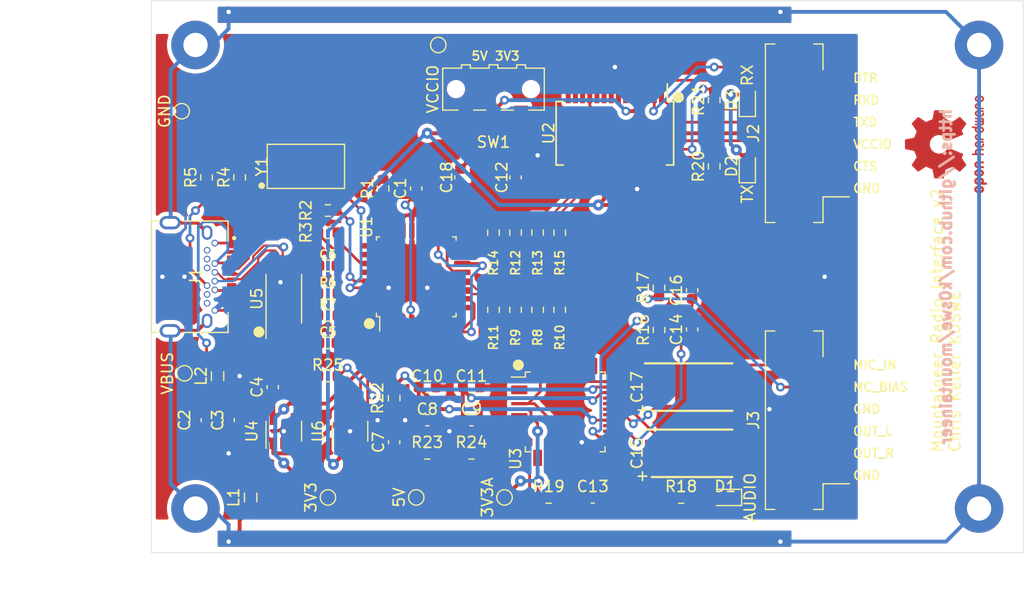
<source format=kicad_pcb>
(kicad_pcb (version 20171130) (host pcbnew 5.1.10)
  (title_block (title "Mountaineer Radio Interface") (date 2021-05-24) (rev 2) (company "Chris Keller K0SWE") (comment 1 "Licensed under Creative Commons CC-BY-4.0"))
  (layers (0 F.Cu signal) (31 B.Cu signal) (35 F.Paste user) (36 B.SilkS user) (37 F.SilkS user) (38 B.Mask user) (39 F.Mask user) (44 Edge.Cuts user))
  (net 0 "")
  (net 1 GNDREF)
  (net 2 VBUS)
  (net 3 /D0-)
  (net 4 /D0+)
  (net 5 /D1+)
  (net 6 /D1-)
  (net 7 /D2+)
  (net 8 /D2-)
  (net 9 /DR+)
  (net 10 /DR-)
  (net 11 /TXD)
  (net 12 /RXD)
  (net 13 +3V3)
  (net 14 GND1)
  (net 15 /3V3A)
  (net 16 +5V)
  (net 17 /MIC_IN)
  (net 18 /AUDIO_R)
  (net 19 "Net-(C16-Pad1)")
  (net 20 /AUDIO_L)
  (net 21 "Net-(D1-Pad2)")
  (net 22 "Net-(D2-Pad1)")
  (net 23 "Net-(D3-Pad1)")
  (net 24 "Net-(J1-PadA4)")
  (net 25 "Net-(J1-PadA5)")
  (net 26 "Net-(J1-PadB5)")
  (net 27 /DTR)
  (net 28 /VCCIO)
  (net 29 /CTS)
  (net 30 /MIC_BIAS)
  (net 31 "Net-(R2-Pad1)")
  (net 32 /TXLED)
  (net 33 /RXLED)
  (net 34 /AVDD1)
  (net 35 /AVDD2)
  (net 36 /DVDD)
  (net 37 /3V3U)
  (net 38 /U1+)
  (net 39 /U1-)
  (net 40 /U2+)
  (net 41 /U2-)
  (net 42 /RESET#)
  (net 43 /VREF)
  (net 44 /MICIN)
  (net 45 /LOR)
  (net 46 /LOL)
  (net 47 /XTAL2)
  (net 48 /DP0PUR)
  (net 49 /VBIAS)
  (net 50 /LEDO)
  (net 51 /HIDPU)
  (net 52 /OC#)
  (net 53 /XTAL1)
  (net 54 /EN#)
  (net 55 "Net-(J1-PadB8)")
  (net 56 "Net-(J1-PadA8)")
  (net 57 "Net-(U1-Pad32)")
  (net 58 "Net-(U1-Pad20)")
  (net 59 "Net-(U1-Pad19)")
  (net 60 "Net-(U1-Pad5)")
  (net 61 "Net-(U2-Pad28)")
  (net 62 "Net-(U2-Pad27)")
  (net 63 "Net-(U2-Pad19)")
  (net 64 "Net-(U2-Pad14)")
  (net 65 "Net-(U2-Pad13)")
  (net 66 "Net-(U2-Pad12)")
  (net 67 "Net-(U2-Pad10)")
  (net 68 "Net-(U2-Pad9)")
  (net 69 "Net-(U2-Pad6)")
  (net 70 "Net-(U2-Pad3)")
  (net 71 "Net-(U3-Pad42)")
  (net 72 "Net-(U3-Pad39)")
  (net 73 "Net-(U3-Pad31)")
  (net 74 "Net-(U3-Pad19)")
  (net 75 "Net-(U3-Pad7)")
  (net 76 "Net-(U3-Pad4)")
  (net 77 "Net-(U3-Pad3)")
  (net 78 "Net-(U3-Pad2)")
  (net 79 "Net-(U3-Pad1)")
  (net 80 "Net-(U4-Pad4)")
  (module Resistor_SMD:R_0603_1608Metric (layer F.Cu) (at 131 116)
    (fp_text reference R25 (at 0 -1) (layer F.SilkS))
    (fp_text value 15k)
    (pad 2 smd roundrect (at 0.825 0) (size 0.8 0.95) (layers F.Cu F.Paste F.Mask) (net 52 /OC#))
    (pad 1 smd roundrect (at -0.825 0) (size 0.8 0.95) (layers F.Cu F.Paste F.Mask) (net 13 +3V3))
  )
  (module CUI:CUI_UJ31-CH-G-SMT-TR-67 (layer F.Cu) (at 115 107 90)
    (fp_text reference J1 (at 0 4 90) (layer F.SilkS))
    (fp_text value USB_C_Receptacle)
    (pad S1 thru_hole oval (at -4 5.05 270) (size 1.3 0.95) (drill oval 0.9 0.55) (layers *.Cu *.Mask) (net 14 GND1))
    (pad S1 thru_hole oval (at 4 5.05 270) (size 1.3 0.95) (drill oval 0.9 0.55) (layers *.Cu *.Mask) (net 14 GND1))
    (pad B6 thru_hole circle (at -0.4 5.75 270) (size 0.6 0.6) (drill 0.4) (layers *.Cu *.Mask) (net 9 /DR+))
    (pad B7 thru_hole circle (at 0.4 5.75 270) (size 0.6 0.6) (drill 0.4) (layers *.Cu *.Mask) (net 10 /DR-))
    (pad B4 thru_hole circle (at -1.2 5.75 270) (size 0.6 0.6) (drill 0.4) (layers *.Cu *.Mask) (net 24 "Net-(J1-PadA4)"))
    (pad B9 thru_hole circle (at 1.2 5.75 270) (size 0.6 0.6) (drill 0.4) (layers *.Cu *.Mask) (net 24 "Net-(J1-PadA4)"))
    (pad B5 thru_hole circle (at -0.8 5.05 270) (size 0.6 0.6) (drill 0.4) (layers *.Cu *.Mask) (net 26 "Net-(J1-PadB5)"))
    (pad B8 thru_hole circle (at 0.8 5.05 270) (size 0.6 0.6) (drill 0.4) (layers *.Cu *.Mask) (net 55 "Net-(J1-PadB8)"))
    (pad B3 thru_hole circle (at -1.6 5.05 270) (size 0.6 0.6) (drill 0.4) (layers *.Cu *.Mask))
    (pad B10 thru_hole circle (at 1.6 5.05 270) (size 0.6 0.6) (drill 0.4) (layers *.Cu *.Mask))
    (pad B2 thru_hole circle (at -2.4 5.05 270) (size 0.6 0.6) (drill 0.4) (layers *.Cu *.Mask))
    (pad B11 thru_hole circle (at 2.4 5.05 270) (size 0.6 0.6) (drill 0.4) (layers *.Cu *.Mask))
    (pad B12 thru_hole circle (at 3.05 5.75 270) (size 0.6 0.6) (drill 0.4) (layers *.Cu *.Mask) (net 1 GNDREF))
    (pad B1 thru_hole circle (at -3.05 5.75 270) (size 0.6 0.6) (drill 0.4) (layers *.Cu *.Mask) (net 1 GNDREF))
    (pad A11 smd rect (at -2.25 7.275 270) (size 0.35 0.85) (layers F.Cu F.Paste F.Mask))
    (pad A10 smd rect (at -1.75 7.275 270) (size 0.35 0.85) (layers F.Cu F.Paste F.Mask))
    (pad A9 smd rect (at -1.25 7.275 270) (size 0.35 0.85) (layers F.Cu F.Paste F.Mask) (net 24 "Net-(J1-PadA4)"))
    (pad A8 smd rect (at -0.75 7.275 270) (size 0.35 0.85) (layers F.Cu F.Paste F.Mask) (net 56 "Net-(J1-PadA8)"))
    (pad A7 smd rect (at -0.25 7.275 270) (size 0.35 0.85) (layers F.Cu F.Paste F.Mask) (net 10 /DR-))
    (pad A6 smd rect (at 0.25 7.275 270) (size 0.35 0.85) (layers F.Cu F.Paste F.Mask) (net 9 /DR+))
    (pad A5 smd rect (at 0.75 7.275 270) (size 0.35 0.85) (layers F.Cu F.Paste F.Mask) (net 25 "Net-(J1-PadA5)"))
    (pad A4 smd rect (at 1.25 7.275 270) (size 0.35 0.85) (layers F.Cu F.Paste F.Mask) (net 24 "Net-(J1-PadA4)"))
    (pad A3 smd rect (at 1.75 7.275 270) (size 0.35 0.85) (layers F.Cu F.Paste F.Mask))
    (pad A2 smd rect (at 2.25 7.275 270) (size 0.35 0.85) (layers F.Cu F.Paste F.Mask))
    (pad A12 smd rect (at -2.75 7.275 270) (size 0.35 0.85) (layers F.Cu F.Paste F.Mask) (net 1 GNDREF))
    (pad A1 smd rect (at 2.75 7.275 270) (size 0.35 0.85) (layers F.Cu F.Paste F.Mask) (net 1 GNDREF))
    (pad "" np_thru_hole circle (at 3.9 6.25 270) (size 0.7 0.7) (drill 0.7) (layers *.Cu *.Mask))
    (pad "" np_thru_hole circle (at -3.9 6.25 270) (size 0.7 0.7) (drill 0.7) (layers *.Cu *.Mask))
    (pad S1 thru_hole oval (at 4.9 1.7 270) (size 1.2 1.9) (drill oval 0.7 1.4) (layers *.Cu *.Mask) (net 14 GND1))
    (pad S1 thru_hole oval (at -4.9 1.7 270) (size 1.2 1.9) (drill oval 0.7 1.4) (layers *.Cu *.Mask) (net 14 GND1))
  )
  (module Inductor_SMD:L_0805_2012Metric (layer F.Cu) (at 121 116 270)
    (fp_text reference L2 (at 0 1.5 90) (layer F.SilkS))
    (fp_text value FB)
    (pad 2 smd roundrect (at 1.0625 0 270) (size 0.875 1.2) (layers F.Cu F.Paste F.Mask) (net 2 VBUS))
    (pad 1 smd roundrect (at -1.0625 0 270) (size 0.875 1.2) (layers F.Cu F.Paste F.Mask) (net 24 "Net-(J1-PadA4)"))
  )
  (module Inductor_SMD:L_0805_2012Metric (layer F.Cu) (at 124 127 90)
    (fp_text reference L1 (at 0 -1.55 90) (layer F.SilkS))
    (fp_text value FB)
    (pad 2 smd roundrect (at 1.0625 0 90) (size 0.875 1.2) (layers F.Cu F.Paste F.Mask) (net 1 GNDREF))
    (pad 1 smd roundrect (at -1.0625 0 90) (size 0.875 1.2) (layers F.Cu F.Paste F.Mask) (net 14 GND1))
  )
  (module Package_SO:TSSOP-8_4.4x3mm_P0.65mm (layer F.Cu) (at 127 109 90)
    (fp_text reference U5 (at 0 -2.45 90) (layer F.SilkS))
    (fp_text value SN75240)
    (pad 8 smd roundrect (at 2.8625 -0.975 90) (size 1.475 0.4) (layers F.Cu F.Paste F.Mask) (net 10 /DR-))
    (pad 7 smd roundrect (at 2.8625 -0.325 90) (size 1.475 0.4) (layers F.Cu F.Paste F.Mask) (net 1 GNDREF))
    (pad 6 smd roundrect (at 2.8625 0.325 90) (size 1.475 0.4) (layers F.Cu F.Paste F.Mask) (net 9 /DR+))
    (pad 5 smd roundrect (at 2.8625 0.975 90) (size 1.475 0.4) (layers F.Cu F.Paste F.Mask) (net 1 GNDREF))
    (pad 4 smd roundrect (at -2.8625 0.975 90) (size 1.475 0.4) (layers F.Cu F.Paste F.Mask))
    (pad 3 smd roundrect (at -2.8625 0.325 90) (size 1.475 0.4) (layers F.Cu F.Paste F.Mask))
    (pad 2 smd roundrect (at -2.8625 -0.325 90) (size 1.475 0.4) (layers F.Cu F.Paste F.Mask))
    (pad 1 smd roundrect (at -2.8625 -0.975 90) (size 1.475 0.4) (layers F.Cu F.Paste F.Mask))
  )
  (module Abracon:AWSCR600CPLAC30T4 (layer F.Cu) (at 129 97 180)
    (fp_text reference Y1 (at 4 0 270) (layer F.SilkS))
    (fp_text value AWSCR-6.00CPLA hide)
    (pad 3 smd rect (at -2.5 0 180) (size 1.7 4) (layers F.Cu F.Paste F.Mask) (net 53 /XTAL1))
    (pad 2 smd rect (at 0 0 180) (size 1.5 4) (layers F.Cu F.Paste F.Mask) (net 1 GNDREF))
    (pad 1 smd rect (at 2.5 0 180) (size 1.7 4) (layers F.Cu F.Paste F.Mask) (net 31 "Net-(R2-Pad1)"))
  )
  (module Connector_JST:JST_PH_B6B-PH-SM4-TB_1x06-1MP_P2.00mm_Vertical (layer F.Cu) (at 175 94 90)
    (fp_text reference J2 (at 0 -5.45 90) (layer F.SilkS))
    (fp_text value CAT)
    (fp_text user GND (at -5 3.5) (layer F.SilkS) (effects (font (size 0.8 0.8)) (justify left)))
    (fp_text user CTS (at -3 3.5) (layer F.SilkS) (effects (font (size 0.8 0.8)) (justify left)))
    (fp_text user VCCIO (at -1 3.5) (layer F.SilkS) (effects (font (size 0.8 0.8)) (justify left)))
    (fp_text user TXD (at 1 3.5) (layer F.SilkS) (effects (font (size 0.8 0.8)) (justify left)))
    (fp_text user RXD (at 3 3.5) (layer F.SilkS) (effects (font (size 0.8 0.8)) (justify left)))
    (fp_text user DTR (at 5 3.5) (layer F.SilkS) (effects (font (size 0.8 0.8)) (justify left)))
    (pad MP smd roundrect (at 7.4 -1.75 90) (size 1.6 3) (layers F.Cu F.Paste F.Mask) (roundrect_rratio 0.15625))
    (pad MP smd roundrect (at -7.4 -1.75 90) (size 1.6 3) (layers F.Cu F.Paste F.Mask) (roundrect_rratio 0.15625))
    (pad 6 smd roundrect (at 5 0.5 90) (size 1 5.5) (layers F.Cu F.Paste F.Mask) (net 27 /DTR))
    (pad 5 smd roundrect (at 3 0.5 90) (size 1 5.5) (layers F.Cu F.Paste F.Mask) (net 12 /RXD))
    (pad 4 smd roundrect (at 1 0.5 90) (size 1 5.5) (layers F.Cu F.Paste F.Mask) (net 11 /TXD))
    (pad 3 smd roundrect (at -1 0.5 90) (size 1 5.5) (layers F.Cu F.Paste F.Mask) (net 28 /VCCIO))
    (pad 2 smd roundrect (at -3 0.5 90) (size 1 5.5) (layers F.Cu F.Paste F.Mask) (net 29 /CTS))
    (pad 1 smd roundrect (at -5 0.5 90) (size 1 5.5) (layers F.Cu F.Paste F.Mask) (net 1 GNDREF))
  )
  (module Connector_JST:JST_PH_B6B-PH-SM4-TB_1x06-1MP_P2.00mm_Vertical (layer F.Cu) (at 175 120 90)
    (fp_text reference J3 (at 0 -5.45 90) (layer F.SilkS))
    (fp_text value AUDIO)
    (fp_text user GND (at -5 3.5) (layer F.SilkS) (effects (font (size 0.8 0.8)) (justify left)))
    (fp_text user OUT_R (at -3 3.5) (layer F.SilkS) (effects (font (size 0.8 0.8)) (justify left)))
    (fp_text user OUT_L (at -1 3.5) (layer F.SilkS) (effects (font (size 0.8 0.8)) (justify left)))
    (fp_text user GND (at 1 3.5) (layer F.SilkS) (effects (font (size 0.8 0.8)) (justify left)))
    (fp_text user MC_BIAS (at 3 3.5) (layer F.SilkS) (effects (font (size 0.8 0.8)) (justify left)))
    (fp_text user MIC_IN (at 5 3.5) (layer F.SilkS) (effects (font (size 0.8 0.8)) (justify left)))
    (pad MP smd roundrect (at 7.4 -1.75 90) (size 1.6 3) (layers F.Cu F.Paste F.Mask) (roundrect_rratio 0.15625))
    (pad MP smd roundrect (at -7.4 -1.75 90) (size 1.6 3) (layers F.Cu F.Paste F.Mask) (roundrect_rratio 0.15625))
    (pad 6 smd roundrect (at 5 0.5 90) (size 1 5.5) (layers F.Cu F.Paste F.Mask) (net 17 /MIC_IN))
    (pad 5 smd roundrect (at 3 0.5 90) (size 1 5.5) (layers F.Cu F.Paste F.Mask) (net 30 /MIC_BIAS))
    (pad 4 smd roundrect (at 1 0.5 90) (size 1 5.5) (layers F.Cu F.Paste F.Mask) (net 1 GNDREF))
    (pad 3 smd roundrect (at -1 0.5 90) (size 1 5.5) (layers F.Cu F.Paste F.Mask) (net 20 /AUDIO_L))
    (pad 2 smd roundrect (at -3 0.5 90) (size 1 5.5) (layers F.Cu F.Paste F.Mask) (net 18 /AUDIO_R))
    (pad 1 smd roundrect (at -5 0.5 90) (size 1 5.5) (layers F.Cu F.Paste F.Mask) (net 1 GNDREF))
  )
  (module Button_Switch_SMD:SW_SPDT_CK-JS102011SAQN (layer F.Cu) (at 146 90 180)
    (fp_text reference SW1 (at 0 -4.8) (layer F.SilkS))
    (fp_text value VCCIO (at 5.5 0 270) (layer F.SilkS))
    (fp_text user 5V (at 1.25 3) (layer F.SilkS) (effects (font (size 0.8 0.8))))
    (fp_text user 3V3 (at -1.25 3) (layer F.SilkS) (effects (font (size 0.8 0.8))))
    (pad "" np_thru_hole circle (at 3.4 0 180) (size 0.9 0.9) (drill 0.9) (layers *.Cu *.Mask))
    (pad "" np_thru_hole circle (at -3.4 0 180) (size 0.9 0.9) (drill 0.9) (layers *.Cu *.Mask))
    (pad 3 smd rect (at 2.5 -2.75 180) (size 1.25 2.5) (layers F.Cu F.Paste F.Mask) (net 16 +5V))
    (pad 2 smd rect (at 0 -2.75 180) (size 1.25 2.5) (layers F.Cu F.Paste F.Mask) (net 28 /VCCIO))
    (pad 1 smd rect (at -2.5 -2.75 180) (size 1.25 2.5) (layers F.Cu F.Paste F.Mask) (net 37 /3V3U))
  )
  (module MountingHole:MountingHole_2.2mm_M2_Pad (layer F.Cu) (at 190 86 90)
    (fp_text reference H4 hide)
    (fp_text value MountingHole_Pad hide)
    (pad 1 thru_hole circle (at 0 0 90) (size 4.4 4.4) (drill 2.2) (layers *.Cu *.Mask) (net 14 GND1))
  )
  (module MountingHole:MountingHole_2.2mm_M2_Pad (layer F.Cu) (at 190 128 90)
    (fp_text reference H3 hide)
    (fp_text value MountingHole_Pad hide)
    (pad 1 thru_hole circle (at 0 0 90) (size 4.4 4.4) (drill 2.2) (layers *.Cu *.Mask) (net 14 GND1))
  )
  (module MountingHole:MountingHole_2.2mm_M2_Pad (layer F.Cu) (at 119 86 90)
    (fp_text reference H2 hide)
    (fp_text value MountingHole_Pad hide)
    (pad 1 thru_hole circle (at 0 0 90) (size 4.4 4.4) (drill 2.2) (layers *.Cu *.Mask) (net 14 GND1))
  )
  (module MountingHole:MountingHole_2.2mm_M2_Pad (layer F.Cu) (at 119 128 90)
    (fp_text reference H1 hide)
    (fp_text value MountingHole_Pad hide)
    (pad 1 thru_hole circle (at 0 0 90) (size 4.4 4.4) (drill 2.2) (layers *.Cu *.Mask) (net 14 GND1))
  )
  (module Package_SO:SSOP-28_5.3x10.2mm_P0.65mm (layer F.Cu) (at 157 94 270)
    (fp_text reference U2 (at 0 6 90) (layer F.SilkS))
    (fp_text value FT232RL)
    (pad 28 smd rect (at 3.6 -4.225 270) (size 1.75 0.45) (layers F.Cu F.Paste F.Mask) (net 61 "Net-(U2-Pad28)"))
    (pad 27 smd rect (at 3.6 -3.575 270) (size 1.75 0.45) (layers F.Cu F.Paste F.Mask) (net 62 "Net-(U2-Pad27)"))
    (pad 26 smd rect (at 3.6 -2.925 270) (size 1.75 0.45) (layers F.Cu F.Paste F.Mask) (net 1 GNDREF))
    (pad 25 smd rect (at 3.6 -2.275 270) (size 1.75 0.45) (layers F.Cu F.Paste F.Mask) (net 1 GNDREF))
    (pad 24 smd rect (at 3.6 -1.625 270) (size 1.75 0.45) (layers F.Cu F.Paste F.Mask))
    (pad 23 smd rect (at 3.6 -0.975 270) (size 1.75 0.45) (layers F.Cu F.Paste F.Mask) (net 32 /TXLED))
    (pad 22 smd rect (at 3.6 -0.325 270) (size 1.75 0.45) (layers F.Cu F.Paste F.Mask) (net 33 /RXLED))
    (pad 21 smd rect (at 3.6 0.325 270) (size 1.75 0.45) (layers F.Cu F.Paste F.Mask) (net 1 GNDREF))
    (pad 20 smd rect (at 3.6 0.975 270) (size 1.75 0.45) (layers F.Cu F.Paste F.Mask) (net 16 +5V))
    (pad 19 smd rect (at 3.6 1.625 270) (size 1.75 0.45) (layers F.Cu F.Paste F.Mask) (net 63 "Net-(U2-Pad19)"))
    (pad 18 smd rect (at 3.6 2.275 270) (size 1.75 0.45) (layers F.Cu F.Paste F.Mask) (net 1 GNDREF))
    (pad 17 smd rect (at 3.6 2.925 270) (size 1.75 0.45) (layers F.Cu F.Paste F.Mask) (net 37 /3V3U))
    (pad 16 smd rect (at 3.6 3.575 270) (size 1.75 0.45) (layers F.Cu F.Paste F.Mask) (net 41 /U2-))
    (pad 15 smd rect (at 3.6 4.225 270) (size 1.75 0.45) (layers F.Cu F.Paste F.Mask) (net 40 /U2+))
    (pad 14 smd rect (at -3.6 4.225 270) (size 1.75 0.45) (layers F.Cu F.Paste F.Mask) (net 64 "Net-(U2-Pad14)"))
    (pad 13 smd rect (at -3.6 3.575 270) (size 1.75 0.45) (layers F.Cu F.Paste F.Mask) (net 65 "Net-(U2-Pad13)"))
    (pad 12 smd rect (at -3.6 2.925 270) (size 1.75 0.45) (layers F.Cu F.Paste F.Mask) (net 66 "Net-(U2-Pad12)"))
    (pad 11 smd rect (at -3.6 2.275 270) (size 1.75 0.45) (layers F.Cu F.Paste F.Mask) (net 29 /CTS))
    (pad 10 smd rect (at -3.6 1.625 270) (size 1.75 0.45) (layers F.Cu F.Paste F.Mask) (net 67 "Net-(U2-Pad10)"))
    (pad 9 smd rect (at -3.6 0.975 270) (size 1.75 0.45) (layers F.Cu F.Paste F.Mask) (net 68 "Net-(U2-Pad9)"))
    (pad 8 smd rect (at -3.6 0.325 270) (size 1.75 0.45) (layers F.Cu F.Paste F.Mask))
    (pad 7 smd rect (at -3.6 -0.325 270) (size 1.75 0.45) (layers F.Cu F.Paste F.Mask) (net 1 GNDREF))
    (pad 6 smd rect (at -3.6 -0.975 270) (size 1.75 0.45) (layers F.Cu F.Paste F.Mask) (net 69 "Net-(U2-Pad6)"))
    (pad 5 smd rect (at -3.6 -1.625 270) (size 1.75 0.45) (layers F.Cu F.Paste F.Mask) (net 12 /RXD))
    (pad 4 smd rect (at -3.6 -2.275 270) (size 1.75 0.45) (layers F.Cu F.Paste F.Mask) (net 28 /VCCIO))
    (pad 3 smd rect (at -3.6 -2.925 270) (size 1.75 0.45) (layers F.Cu F.Paste F.Mask) (net 70 "Net-(U2-Pad3)"))
    (pad 2 smd rect (at -3.6 -3.575 270) (size 1.75 0.45) (layers F.Cu F.Paste F.Mask) (net 27 /DTR))
    (pad 1 smd rect (at -3.6 -4.225 270) (size 1.75 0.45) (layers F.Cu F.Paste F.Mask) (net 11 /TXD))
  )
  (module Package_QFP:LQFP-32_7x7mm_P0.8mm (layer F.Cu) (at 139 107 90)
    (fp_text reference U1 (at 4.5 -4.5 90) (layer F.SilkS))
    (fp_text value TUSB2036)
    (pad 32 smd roundrect (at -2.8 -4.175 90) (size 0.5 1.5) (layers F.Cu F.Paste F.Mask) (net 57 "Net-(U1-Pad32)"))
    (pad 31 smd roundrect (at -2 -4.175 90) (size 0.5 1.5) (layers F.Cu F.Paste F.Mask) (net 1 GNDREF))
    (pad 30 smd roundrect (at -1.2 -4.175 90) (size 0.5 1.5) (layers F.Cu F.Paste F.Mask) (net 53 /XTAL1))
    (pad 29 smd roundrect (at -0.4 -4.175 90) (size 0.5 1.5) (layers F.Cu F.Paste F.Mask) (net 47 /XTAL2))
    (pad 28 smd roundrect (at 0.4 -4.175 90) (size 0.5 1.5) (layers F.Cu F.Paste F.Mask) (net 1 GNDREF))
    (pad 27 smd roundrect (at 1.2 -4.175 90) (size 0.5 1.5) (layers F.Cu F.Paste F.Mask) (net 48 /DP0PUR))
    (pad 26 smd roundrect (at 2 -4.175 90) (size 0.5 1.5) (layers F.Cu F.Paste F.Mask) (net 13 +3V3))
    (pad 25 smd roundrect (at 2.8 -4.175 90) (size 0.5 1.5) (layers F.Cu F.Paste F.Mask) (net 13 +3V3))
    (pad 24 smd roundrect (at 4.175 -2.8 90) (size 1.5 0.5) (layers F.Cu F.Paste F.Mask) (net 13 +3V3))
    (pad 23 smd roundrect (at 4.175 -2 90) (size 1.5 0.5) (layers F.Cu F.Paste F.Mask) (net 13 +3V3))
    (pad 22 smd roundrect (at 4.175 -1.2 90) (size 1.5 0.5) (layers F.Cu F.Paste F.Mask) (net 13 +3V3))
    (pad 21 smd roundrect (at 4.175 -0.4 90) (size 1.5 0.5) (layers F.Cu F.Paste F.Mask) (net 1 GNDREF))
    (pad 20 smd roundrect (at 4.175 0.4 90) (size 1.5 0.5) (layers F.Cu F.Paste F.Mask) (net 58 "Net-(U1-Pad20)"))
    (pad 19 smd roundrect (at 4.175 1.2 90) (size 1.5 0.5) (layers F.Cu F.Paste F.Mask) (net 59 "Net-(U1-Pad19)"))
    (pad 18 smd roundrect (at 4.175 2 90) (size 1.5 0.5) (layers F.Cu F.Paste F.Mask) (net 52 /OC#))
    (pad 17 smd roundrect (at 4.175 2.8 90) (size 1.5 0.5) (layers F.Cu F.Paste F.Mask) (net 54 /EN#))
    (pad 16 smd roundrect (at 2.8 4.175 90) (size 0.5 1.5) (layers F.Cu F.Paste F.Mask) (net 7 /D2+))
    (pad 15 smd roundrect (at 2 4.175 90) (size 0.5 1.5) (layers F.Cu F.Paste F.Mask) (net 8 /D2-))
    (pad 14 smd roundrect (at 1.2 4.175 90) (size 0.5 1.5) (layers F.Cu F.Paste F.Mask) (net 52 /OC#))
    (pad 13 smd roundrect (at 0.4 4.175 90) (size 0.5 1.5) (layers F.Cu F.Paste F.Mask) (net 54 /EN#))
    (pad 12 smd roundrect (at -0.4 4.175 90) (size 0.5 1.5) (layers F.Cu F.Paste F.Mask) (net 5 /D1+))
    (pad 11 smd roundrect (at -1.2 4.175 90) (size 0.5 1.5) (layers F.Cu F.Paste F.Mask) (net 6 /D1-))
    (pad 10 smd roundrect (at -2 4.175 90) (size 0.5 1.5) (layers F.Cu F.Paste F.Mask) (net 52 /OC#))
    (pad 9 smd roundrect (at -2.8 4.175 90) (size 0.5 1.5) (layers F.Cu F.Paste F.Mask) (net 54 /EN#))
    (pad 8 smd roundrect (at -4.175 2.8 90) (size 1.5 0.5) (layers F.Cu F.Paste F.Mask) (net 1 GNDREF))
    (pad 7 smd roundrect (at -4.175 2 90) (size 1.5 0.5) (layers F.Cu F.Paste F.Mask) (net 1 GNDREF))
    (pad 6 smd roundrect (at -4.175 1.2 90) (size 1.5 0.5) (layers F.Cu F.Paste F.Mask) (net 1 GNDREF))
    (pad 5 smd roundrect (at -4.175 0.4 90) (size 1.5 0.5) (layers F.Cu F.Paste F.Mask) (net 60 "Net-(U1-Pad5)"))
    (pad 4 smd roundrect (at -4.175 -0.4 90) (size 1.5 0.5) (layers F.Cu F.Paste F.Mask) (net 42 /RESET#))
    (pad 3 smd roundrect (at -4.175 -1.2 90) (size 1.5 0.5) (layers F.Cu F.Paste F.Mask) (net 13 +3V3))
    (pad 2 smd roundrect (at -4.175 -2 90) (size 1.5 0.5) (layers F.Cu F.Paste F.Mask) (net 3 /D0-))
    (pad 1 smd roundrect (at -4.175 -2.8 90) (size 1.5 0.5) (layers F.Cu F.Paste F.Mask) (net 4 /D0+))
  )
  (module Package_QFP:LQFP-48_7x7mm_P0.5mm (layer F.Cu) (at 152.5 119.25)
    (fp_text reference U3 (at -4.5 4.25 90) (layer F.SilkS))
    (fp_text value HS-100B)
    (pad 48 smd roundrect (at -2.75 -4.1625) (size 0.3 1.475) (layers F.Cu F.Paste F.Mask))
    (pad 47 smd roundrect (at -2.25 -4.1625) (size 0.3 1.475) (layers F.Cu F.Paste F.Mask) (net 51 /HIDPU))
    (pad 46 smd roundrect (at -1.75 -4.1625) (size 0.3 1.475) (layers F.Cu F.Paste F.Mask))
    (pad 45 smd roundrect (at -1.25 -4.1625) (size 0.3 1.475) (layers F.Cu F.Paste F.Mask))
    (pad 44 smd roundrect (at -0.75 -4.1625) (size 0.3 1.475) (layers F.Cu F.Paste F.Mask) (net 39 /U1-))
    (pad 43 smd roundrect (at -0.25 -4.1625) (size 0.3 1.475) (layers F.Cu F.Paste F.Mask) (net 38 /U1+))
    (pad 42 smd roundrect (at 0.25 -4.1625) (size 0.3 1.475) (layers F.Cu F.Paste F.Mask) (net 71 "Net-(U3-Pad42)"))
    (pad 41 smd roundrect (at 0.75 -4.1625) (size 0.3 1.475) (layers F.Cu F.Paste F.Mask) (net 51 /HIDPU))
    (pad 40 smd roundrect (at 1.25 -4.1625) (size 0.3 1.475) (layers F.Cu F.Paste F.Mask) (net 1 GNDREF))
    (pad 39 smd roundrect (at 1.75 -4.1625) (size 0.3 1.475) (layers F.Cu F.Paste F.Mask) (net 72 "Net-(U3-Pad39)"))
    (pad 38 smd roundrect (at 2.25 -4.1625) (size 0.3 1.475) (layers F.Cu F.Paste F.Mask))
    (pad 37 smd roundrect (at 2.75 -4.1625) (size 0.3 1.475) (layers F.Cu F.Paste F.Mask))
    (pad 36 smd roundrect (at 4.1625 -2.75) (size 1.475 0.3) (layers F.Cu F.Paste F.Mask) (net 1 GNDREF))
    (pad 35 smd roundrect (at 4.1625 -2.25) (size 1.475 0.3) (layers F.Cu F.Paste F.Mask) (net 36 /DVDD))
    (pad 34 smd roundrect (at 4.1625 -1.75) (size 1.475 0.3) (layers F.Cu F.Paste F.Mask) (net 35 /AVDD2))
    (pad 33 smd roundrect (at 4.1625 -1.25) (size 1.475 0.3) (layers F.Cu F.Paste F.Mask) (net 1 GNDREF))
    (pad 32 smd roundrect (at 4.1625 -0.75) (size 1.475 0.3) (layers F.Cu F.Paste F.Mask) (net 45 /LOR))
    (pad 31 smd roundrect (at 4.1625 -0.25) (size 1.475 0.3) (layers F.Cu F.Paste F.Mask) (net 73 "Net-(U3-Pad31)"))
    (pad 30 smd roundrect (at 4.1625 0.25) (size 1.475 0.3) (layers F.Cu F.Paste F.Mask) (net 46 /LOL))
    (pad 29 smd roundrect (at 4.1625 0.75) (size 1.475 0.3) (layers F.Cu F.Paste F.Mask) (net 34 /AVDD1))
    (pad 28 smd roundrect (at 4.1625 1.25) (size 1.475 0.3) (layers F.Cu F.Paste F.Mask) (net 44 /MICIN))
    (pad 27 smd roundrect (at 4.1625 1.75) (size 1.475 0.3) (layers F.Cu F.Paste F.Mask) (net 43 /VREF))
    (pad 26 smd roundrect (at 4.1625 2.25) (size 1.475 0.3) (layers F.Cu F.Paste F.Mask) (net 49 /VBIAS))
    (pad 25 smd roundrect (at 4.1625 2.75) (size 1.475 0.3) (layers F.Cu F.Paste F.Mask) (net 1 GNDREF))
    (pad 24 smd roundrect (at 2.75 4.1625) (size 0.3 1.475) (layers F.Cu F.Paste F.Mask))
    (pad 23 smd roundrect (at 2.25 4.1625) (size 0.3 1.475) (layers F.Cu F.Paste F.Mask))
    (pad 22 smd roundrect (at 1.75 4.1625) (size 0.3 1.475) (layers F.Cu F.Paste F.Mask))
    (pad 21 smd roundrect (at 1.25 4.1625) (size 0.3 1.475) (layers F.Cu F.Paste F.Mask))
    (pad 20 smd roundrect (at 0.75 4.1625) (size 0.3 1.475) (layers F.Cu F.Paste F.Mask) (net 1 GNDREF))
    (pad 19 smd roundrect (at 0.25 4.1625) (size 0.3 1.475) (layers F.Cu F.Paste F.Mask) (net 74 "Net-(U3-Pad19)"))
    (pad 18 smd roundrect (at -0.25 4.1625) (size 0.3 1.475) (layers F.Cu F.Paste F.Mask))
    (pad 17 smd roundrect (at -0.75 4.1625) (size 0.3 1.475) (layers F.Cu F.Paste F.Mask) (net 51 /HIDPU))
    (pad 16 smd roundrect (at -1.25 4.1625) (size 0.3 1.475) (layers F.Cu F.Paste F.Mask))
    (pad 15 smd roundrect (at -1.75 4.1625) (size 0.3 1.475) (layers F.Cu F.Paste F.Mask))
    (pad 14 smd roundrect (at -2.25 4.1625) (size 0.3 1.475) (layers F.Cu F.Paste F.Mask))
    (pad 13 smd roundrect (at -2.75 4.1625) (size 0.3 1.475) (layers F.Cu F.Paste F.Mask))
    (pad 12 smd roundrect (at -4.1625 2.75) (size 1.475 0.3) (layers F.Cu F.Paste F.Mask) (net 1 GNDREF))
    (pad 11 smd roundrect (at -4.1625 2.25) (size 1.475 0.3) (layers F.Cu F.Paste F.Mask) (net 50 /LEDO))
    (pad 10 smd roundrect (at -4.1625 1.75) (size 1.475 0.3) (layers F.Cu F.Paste F.Mask) (net 1 GNDREF))
    (pad 9 smd roundrect (at -4.1625 1.25) (size 1.475 0.3) (layers F.Cu F.Paste F.Mask))
    (pad 8 smd roundrect (at -4.1625 0.75) (size 1.475 0.3) (layers F.Cu F.Paste F.Mask) (net 15 /3V3A))
    (pad 7 smd roundrect (at -4.1625 0.25) (size 1.475 0.3) (layers F.Cu F.Paste F.Mask) (net 75 "Net-(U3-Pad7)"))
    (pad 6 smd roundrect (at -4.1625 -0.25) (size 1.475 0.3) (layers F.Cu F.Paste F.Mask) (net 15 /3V3A))
    (pad 5 smd roundrect (at -4.1625 -0.75) (size 1.475 0.3) (layers F.Cu F.Paste F.Mask) (net 51 /HIDPU))
    (pad 4 smd roundrect (at -4.1625 -1.25) (size 1.475 0.3) (layers F.Cu F.Paste F.Mask) (net 76 "Net-(U3-Pad4)"))
    (pad 3 smd roundrect (at -4.1625 -1.75) (size 1.475 0.3) (layers F.Cu F.Paste F.Mask) (net 77 "Net-(U3-Pad3)"))
    (pad 2 smd roundrect (at -4.1625 -2.25) (size 1.475 0.3) (layers F.Cu F.Paste F.Mask) (net 78 "Net-(U3-Pad2)"))
    (pad 1 smd roundrect (at -4.1625 -2.75) (size 1.475 0.3) (layers F.Cu F.Paste F.Mask) (net 79 "Net-(U3-Pad1)"))
  )
  (module Resistor_SMD:R_0603_1608Metric (layer F.Cu) (at 144 123)
    (fp_text reference R24 (at 0 -1) (layer F.SilkS))
    (fp_text value 0R)
    (pad 2 smd roundrect (at 0.825 0) (size 0.8 0.95) (layers F.Cu F.Paste F.Mask) (net 16 +5V))
    (pad 1 smd roundrect (at -0.825 0) (size 0.8 0.95) (layers F.Cu F.Paste F.Mask) (net 35 /AVDD2))
  )
  (module Resistor_SMD:R_0603_1608Metric (layer F.Cu) (at 140 123)
    (fp_text reference R23 (at 0 -1) (layer F.SilkS))
    (fp_text value 0R)
    (pad 2 smd roundrect (at 0.825 0) (size 0.8 0.95) (layers F.Cu F.Paste F.Mask) (net 16 +5V))
    (pad 1 smd roundrect (at -0.825 0) (size 0.8 0.95) (layers F.Cu F.Paste F.Mask) (net 34 /AVDD1))
  )
  (module Resistor_SMD:R_0603_1608Metric (layer F.Cu) (at 137 118 270)
    (fp_text reference R22 (at 0 1.5 90) (layer F.SilkS))
    (fp_text value 0R)
    (pad 2 smd roundrect (at 0.825 0 270) (size 0.8 0.95) (layers F.Cu F.Paste F.Mask) (net 16 +5V))
    (pad 1 smd roundrect (at -0.825 0 270) (size 0.8 0.95) (layers F.Cu F.Paste F.Mask) (net 36 /DVDD))
  )
  (module Package_TO_SOT_SMD:SOT-23-5 (layer F.Cu) (at 133 121 90)
    (fp_text reference U6 (at 0 -2.9 90) (layer F.SilkS))
    (fp_text value TPS2041)
    (pad 5 smd rect (at 1.1 -0.95 90) (size 1.06 0.65) (layers F.Cu F.Paste F.Mask) (net 2 VBUS))
    (pad 4 smd rect (at 1.1 0.95 90) (size 1.06 0.65) (layers F.Cu F.Paste F.Mask) (net 54 /EN#))
    (pad 3 smd rect (at -1.1 0.95 90) (size 1.06 0.65) (layers F.Cu F.Paste F.Mask) (net 52 /OC#))
    (pad 2 smd rect (at -1.1 0 90) (size 1.06 0.65) (layers F.Cu F.Paste F.Mask) (net 1 GNDREF))
    (pad 1 smd rect (at -1.1 -0.95 90) (size 1.06 0.65) (layers F.Cu F.Paste F.Mask) (net 16 +5V))
  )
  (module Package_TO_SOT_SMD:SOT-23-5 (layer F.Cu) (at 127 121 90)
    (fp_text reference U4 (at 0 -2.9 90) (layer F.SilkS))
    (fp_text value TPS76333)
    (pad 5 smd rect (at 1.1 -0.95 90) (size 1.06 0.65) (layers F.Cu F.Paste F.Mask) (net 13 +3V3))
    (pad 4 smd rect (at 1.1 0.95 90) (size 1.06 0.65) (layers F.Cu F.Paste F.Mask) (net 80 "Net-(U4-Pad4)"))
    (pad 3 smd rect (at -1.1 0.95 90) (size 1.06 0.65) (layers F.Cu F.Paste F.Mask) (net 2 VBUS))
    (pad 2 smd rect (at -1.1 0 90) (size 1.06 0.65) (layers F.Cu F.Paste F.Mask) (net 1 GNDREF))
    (pad 1 smd rect (at -1.1 -0.95 90) (size 1.06 0.65) (layers F.Cu F.Paste F.Mask) (net 2 VBUS))
  )
  (module TestPoint:TestPoint_Pad_D1.0mm (layer F.Cu) (at 139 127 270)
    (fp_text reference TP6)
    (fp_text value 5V (at 0 1.55 90) (layer F.SilkS))
    (pad 1 smd circle (at 0 0 270) (size 1 1) (layers F.Cu F.Mask) (net 16 +5V))
  )
  (module TestPoint:TestPoint_Pad_D1.0mm (layer F.Cu) (at 141 86 270)
    (fp_text reference TP5)
    (fp_text value VCCIO)
    (pad 1 smd circle (at 0 0 270) (size 1 1) (layers F.Cu F.Mask) (net 28 /VCCIO))
  )
  (module TestPoint:TestPoint_Pad_D1.0mm (layer F.Cu) (at 147 127 270)
    (fp_text reference TP4)
    (fp_text value 3V3A (at 0 1.55 90) (layer F.SilkS))
    (pad 1 smd circle (at 0 0 270) (size 1 1) (layers F.Cu F.Mask) (net 15 /3V3A))
  )
  (module TestPoint:TestPoint_Pad_D1.0mm (layer F.Cu) (at 131 127 270)
    (fp_text reference TP3)
    (fp_text value 3V3 (at 0 1.55 90) (layer F.SilkS))
    (pad 1 smd circle (at 0 0 270) (size 1 1) (layers F.Cu F.Mask) (net 13 +3V3))
  )
  (module TestPoint:TestPoint_Pad_D1.0mm (layer F.Cu) (at 117.75 92 270)
    (fp_text reference TP2)
    (fp_text value GND (at 0 1.55 90) (layer F.SilkS))
    (pad 1 smd circle (at 0 0 270) (size 1 1) (layers F.Cu F.Mask) (net 1 GNDREF))
  )
  (module TestPoint:TestPoint_Pad_D1.0mm (layer F.Cu) (at 118 115.75 270)
    (fp_text reference TP1)
    (fp_text value VBUS (at 0 1.55 90) (layer F.SilkS))
    (pad 1 smd circle (at 0 0 270) (size 1 1) (layers F.Cu F.Mask) (net 2 VBUS))
  )
  (module Resistor_SMD:R_0603_1608Metric (layer F.Cu) (at 166 91 90)
    (fp_text reference R21 (at 0 -1.43 90) (layer F.SilkS))
    (fp_text value 330R)
    (pad 2 smd roundrect (at 0.825 0 90) (size 0.8 0.95) (layers F.Cu F.Paste F.Mask) (net 33 /RXLED))
    (pad 1 smd roundrect (at -0.825 0 90) (size 0.8 0.95) (layers F.Cu F.Paste F.Mask) (net 23 "Net-(D3-Pad1)"))
  )
  (module Resistor_SMD:R_0603_1608Metric (layer F.Cu) (at 166 97 90)
    (fp_text reference R20 (at 0 -1.43 90) (layer F.SilkS))
    (fp_text value 330R)
    (pad 2 smd roundrect (at 0.825 0 90) (size 0.8 0.95) (layers F.Cu F.Paste F.Mask) (net 32 /TXLED))
    (pad 1 smd roundrect (at -0.825 0 90) (size 0.8 0.95) (layers F.Cu F.Paste F.Mask) (net 22 "Net-(D2-Pad1)"))
  )
  (module Resistor_SMD:R_0603_1608Metric (layer F.Cu) (at 151 127)
    (fp_text reference R19 (at 0 -1) (layer F.SilkS))
    (fp_text value 15k)
    (pad 2 smd roundrect (at 0.825 0) (size 0.8 0.95) (layers F.Cu F.Paste F.Mask) (net 51 /HIDPU))
    (pad 1 smd roundrect (at -0.825 0) (size 0.8 0.95) (layers F.Cu F.Paste F.Mask) (net 15 /3V3A))
  )
  (module Resistor_SMD:R_0603_1608Metric (layer F.Cu) (at 163 127 180)
    (fp_text reference R18 (at 0 1) (layer F.SilkS))
    (fp_text value 330R)
    (pad 2 smd roundrect (at 0.825 0 180) (size 0.8 0.95) (layers F.Cu F.Paste F.Mask) (net 50 /LEDO))
    (pad 1 smd roundrect (at -0.825 0 180) (size 0.8 0.95) (layers F.Cu F.Paste F.Mask) (net 21 "Net-(D1-Pad2)"))
  )
  (module Resistor_SMD:R_0603_1608Metric (layer F.Cu) (at 161 108 90)
    (fp_text reference R17 (at 0 -1.43 90) (layer F.SilkS))
    (fp_text value 1.2k)
    (pad 2 smd roundrect (at 0.825 0 90) (size 0.8 0.95) (layers F.Cu F.Paste F.Mask) (net 19 "Net-(C16-Pad1)"))
    (pad 1 smd roundrect (at -0.825 0 90) (size 0.8 0.95) (layers F.Cu F.Paste F.Mask) (net 30 /MIC_BIAS))
  )
  (module Resistor_SMD:R_0603_1608Metric (layer F.Cu) (at 161 111.825 90)
    (fp_text reference R16 (at 0 -1.43 90) (layer F.SilkS))
    (fp_text value 2.2k)
    (pad 2 smd roundrect (at 0.825 0 90) (size 0.8 0.95) (layers F.Cu F.Paste F.Mask) (net 49 /VBIAS))
    (pad 1 smd roundrect (at -0.825 0 90) (size 0.8 0.95) (layers F.Cu F.Paste F.Mask) (net 19 "Net-(C16-Pad1)"))
  )
  (module Resistor_SMD:R_0603_1608Metric (layer F.Cu) (at 152 103 270)
    (fp_text reference R15 (at 2.75 0 270) (layer F.SilkS) (effects (font (size 0.8 0.8))))
    (fp_text value 15k)
    (pad 2 smd roundrect (at 0.825 0 270) (size 0.8 0.95) (layers F.Cu F.Paste F.Mask) (net 1 GNDREF))
    (pad 1 smd roundrect (at -0.825 0 270) (size 0.8 0.95) (layers F.Cu F.Paste F.Mask) (net 41 /U2-))
  )
  (module Resistor_SMD:R_0603_1608Metric (layer F.Cu) (at 146 103 270)
    (fp_text reference R14 (at 2.75 0 270) (layer F.SilkS) (effects (font (size 0.8 0.8))))
    (fp_text value 15k)
    (pad 2 smd roundrect (at 0.825 0 270) (size 0.8 0.95) (layers F.Cu F.Paste F.Mask) (net 1 GNDREF))
    (pad 1 smd roundrect (at -0.825 0 270) (size 0.8 0.95) (layers F.Cu F.Paste F.Mask) (net 40 /U2+))
  )
  (module Resistor_SMD:R_0603_1608Metric (layer F.Cu) (at 150 103 270)
    (fp_text reference R13 (at 2.75 0 270) (layer F.SilkS) (effects (font (size 0.8 0.8))))
    (fp_text value 27R)
    (pad 2 smd roundrect (at 0.825 0 270) (size 0.8 0.95) (layers F.Cu F.Paste F.Mask) (net 8 /D2-))
    (pad 1 smd roundrect (at -0.825 0 270) (size 0.8 0.95) (layers F.Cu F.Paste F.Mask) (net 41 /U2-))
  )
  (module Resistor_SMD:R_0603_1608Metric (layer F.Cu) (at 148 103 270)
    (fp_text reference R12 (at 2.75 0 270) (layer F.SilkS) (effects (font (size 0.8 0.8))))
    (fp_text value 27R)
    (pad 2 smd roundrect (at 0.825 0 270) (size 0.8 0.95) (layers F.Cu F.Paste F.Mask) (net 7 /D2+))
    (pad 1 smd roundrect (at -0.825 0 270) (size 0.8 0.95) (layers F.Cu F.Paste F.Mask) (net 40 /U2+))
  )
  (module Resistor_SMD:R_0603_1608Metric (layer F.Cu) (at 146 110 90)
    (fp_text reference R11 (at -2.5 0 270) (layer F.SilkS) (effects (font (size 0.8 0.8))))
    (fp_text value 15k)
    (pad 2 smd roundrect (at 0.825 0 90) (size 0.8 0.95) (layers F.Cu F.Paste F.Mask) (net 1 GNDREF))
    (pad 1 smd roundrect (at -0.825 0 90) (size 0.8 0.95) (layers F.Cu F.Paste F.Mask) (net 39 /U1-))
  )
  (module Resistor_SMD:R_0603_1608Metric (layer F.Cu) (at 152 110 90)
    (fp_text reference R10 (at -2.5 0 270) (layer F.SilkS) (effects (font (size 0.8 0.8))))
    (fp_text value 15k)
    (pad 2 smd roundrect (at 0.825 0 90) (size 0.8 0.95) (layers F.Cu F.Paste F.Mask) (net 1 GNDREF))
    (pad 1 smd roundrect (at -0.825 0 90) (size 0.8 0.95) (layers F.Cu F.Paste F.Mask) (net 38 /U1+))
  )
  (module Resistor_SMD:R_0603_1608Metric (layer F.Cu) (at 148 110 90)
    (fp_text reference R9 (at -2.5 0 270) (layer F.SilkS) (effects (font (size 0.8 0.8))))
    (fp_text value 27R)
    (pad 2 smd roundrect (at 0.825 0 90) (size 0.8 0.95) (layers F.Cu F.Paste F.Mask) (net 6 /D1-))
    (pad 1 smd roundrect (at -0.825 0 90) (size 0.8 0.95) (layers F.Cu F.Paste F.Mask) (net 39 /U1-))
  )
  (module Resistor_SMD:R_0603_1608Metric (layer F.Cu) (at 150 110 90)
    (fp_text reference R8 (at -2.5 0 270) (layer F.SilkS) (effects (font (size 0.8 0.8))))
    (fp_text value 27R)
    (pad 2 smd roundrect (at 0.825 0 90) (size 0.8 0.95) (layers F.Cu F.Paste F.Mask) (net 5 /D1+))
    (pad 1 smd roundrect (at -0.825 0 90) (size 0.8 0.95) (layers F.Cu F.Paste F.Mask) (net 38 /U1+))
  )
  (module Resistor_SMD:R_0603_1608Metric (layer F.Cu) (at 131 110.5 180)
    (fp_text reference R7 (at 0 1) (layer F.SilkS) (effects (font (size 0.8 0.8))))
    (fp_text value 27R)
    (pad 2 smd roundrect (at 0.825 0 180) (size 0.8 0.95) (layers F.Cu F.Paste F.Mask) (net 10 /DR-))
    (pad 1 smd roundrect (at -0.825 0 180) (size 0.8 0.95) (layers F.Cu F.Paste F.Mask) (net 3 /D0-))
  )
  (module Resistor_SMD:R_0603_1608Metric (layer F.Cu) (at 131 108.5 180)
    (fp_text reference R6 (at 0 1 180) (layer F.SilkS) (effects (font (size 0.8 0.8))))
    (fp_text value 27R)
    (pad 2 smd roundrect (at 0.825 0 180) (size 0.8 0.95) (layers F.Cu F.Paste F.Mask) (net 9 /DR+))
    (pad 1 smd roundrect (at -0.825 0 180) (size 0.8 0.95) (layers F.Cu F.Paste F.Mask) (net 4 /D0+))
  )
  (module Resistor_SMD:R_0603_1608Metric (layer F.Cu) (at 120 98 90)
    (fp_text reference R5 (at 0 -1.43 90) (layer F.SilkS))
    (fp_text value 5.1k)
    (pad 2 smd roundrect (at 0.825 0 90) (size 0.8 0.95) (layers F.Cu F.Paste F.Mask) (net 1 GNDREF))
    (pad 1 smd roundrect (at -0.825 0 90) (size 0.8 0.95) (layers F.Cu F.Paste F.Mask) (net 26 "Net-(J1-PadB5)"))
  )
  (module Resistor_SMD:R_0603_1608Metric (layer F.Cu) (at 123 98 90)
    (fp_text reference R4 (at 0 -1.43 90) (layer F.SilkS))
    (fp_text value 5.1k)
    (pad 2 smd roundrect (at 0.825 0 90) (size 0.8 0.95) (layers F.Cu F.Paste F.Mask) (net 1 GNDREF))
    (pad 1 smd roundrect (at -0.825 0 90) (size 0.8 0.95) (layers F.Cu F.Paste F.Mask) (net 25 "Net-(J1-PadA5)"))
  )
  (module Resistor_SMD:R_0603_1608Metric (layer F.Cu) (at 131 103 180)
    (fp_text reference R3 (at 2 0 270) (layer F.SilkS))
    (fp_text value 1.5k)
    (pad 2 smd roundrect (at 0.825 0 180) (size 0.8 0.95) (layers F.Cu F.Paste F.Mask) (net 4 /D0+))
    (pad 1 smd roundrect (at -0.825 0 180) (size 0.8 0.95) (layers F.Cu F.Paste F.Mask) (net 48 /DP0PUR))
  )
  (module Resistor_SMD:R_0603_1608Metric (layer F.Cu) (at 131 101)
    (fp_text reference R2 (at -2 0 90) (layer F.SilkS))
    (fp_text value 1.5k)
    (pad 2 smd roundrect (at 0.825 0) (size 0.8 0.95) (layers F.Cu F.Paste F.Mask) (net 47 /XTAL2))
    (pad 1 smd roundrect (at -0.825 0) (size 0.8 0.95) (layers F.Cu F.Paste F.Mask) (net 31 "Net-(R2-Pad1)"))
  )
  (module Resistor_SMD:R_0603_1608Metric (layer F.Cu) (at 136 99 90)
    (fp_text reference R1 (at 0 -1.43 90) (layer F.SilkS))
    (fp_text value 15k)
    (pad 2 smd roundrect (at 0.825 0 90) (size 0.8 0.95) (layers F.Cu F.Paste F.Mask) (net 13 +3V3))
    (pad 1 smd roundrect (at -0.825 0 90) (size 0.8 0.95) (layers F.Cu F.Paste F.Mask) (net 42 /RESET#))
  )
  (module Symbol:OSHW-Logo2_9.8x8mm_Copper (layer F.Cu) (at 187 95 90)
    (fp_text reference LOGO1 hide)
    (fp_text value Logo_Open_Hardware_Small hide)
    (fp_poly (pts (xy 0.139878 -3.712224) (xy 0.245612 -3.711645) (xy 0.322132 -3.710078) (xy 0.374372 -3.707028) (xy 0.407263 -3.702004) (xy 0.425737 -3.694511) (xy 0.434727 -3.684056) (xy 0.439163 -3.670147) (xy 0.439594 -3.668346) (xy 0.446333 -3.635855) (xy 0.458808 -3.571748) (xy 0.475719 -3.482849) (xy 0.495771 -3.375981) (xy 0.517664 -3.257967) (xy 0.518429 -3.253822) (xy 0.540359 -3.138169) (xy 0.560877 -3.035986) (xy 0.578659 -2.953402) (xy 0.592381 -2.896544) (xy 0.600718 -2.871542) (xy 0.601116 -2.871099) (xy 0.625677 -2.85889) (xy 0.676315 -2.838544) (xy 0.742095 -2.814455) (xy 0.742461 -2.814326) (xy 0.825317 -2.783182) (xy 0.923 -2.743509) (xy 1.015077 -2.703619) (xy 1.019434 -2.701647) (xy 1.169407 -2.63358) (xy 1.501498 -2.860361) (xy 1.603374 -2.929496) (xy 1.695657 -2.991303) (xy 1.773003 -3.042267) (xy 1.830064 -3.078873) (xy 1.861495 -3.097606) (xy 1.864479 -3.098996) (xy 1.887321 -3.09281) (xy 1.929982 -3.062965) (xy 1.994128 -3.008053) (xy 2.081421 -2.926666) (xy 2.170535 -2.840078) (xy 2.256441 -2.754753) (xy 2.333327 -2.676892) (xy 2.396564 -2.611303) (xy 2.441523 -2.562795) (xy 2.463576 -2.536175) (xy 2.464396 -2.534805) (xy 2.466834 -2.516537) (xy 2.45765 -2.486705) (xy 2.434574 -2.441279) (xy 2.395337 -2.37623) (xy 2.33767 -2.28753) (xy 2.260795 -2.173343) (xy 2.19257 -2.072838) (xy 2.131582 -1.982697) (xy 2.081356 -1.908151) (xy 2.045416 -1.854435) (xy 2.027287 -1.826782) (xy 2.026146 -1.824905) (xy 2.028359 -1.79841) (xy 2.045138 -1.746914) (xy 2.073142 -1.680149) (xy 2.083122 -1.658828) (xy 2.126672 -1.563841) (xy 2.173134 -1.456063) (xy 2.210877 -1.362808) (xy 2.238073 -1.293594) (xy 2.259675 -1.240994) (xy 2.272158 -1.213503) (xy 2.273709 -1.211384) (xy 2.296668 -1.207876) (xy 2.350786 -1.198262) (xy 2.428868 -1.183911) (xy 2.523719 -1.166193) (xy 2.628143 -1.146475) (xy 2.734944 -1.126126) (xy 2.836926 -1.106514) (xy 2.926894 -1.089009) (xy 2.997653 -1.074978) (xy 3.042006 -1.065791) (xy 3.052885 -1.063193) (xy 3.064122 -1.056782) (xy 3.072605 -1.042303) (xy 3.078714 -1.014867) (xy 3.082832 -0.969589) (xy 3.085341 -0.90158) (xy 3.086621 -0.805953) (xy 3.087054 -0.67782) (xy 3.087077 -0.625299) (xy 3.087077 -0.198155) (xy 2.9845 -0.177909) (xy 2.927431 -0.16693) (xy 2.842269 -0.150905) (xy 2.739372 -0.131767) (xy 2.629096 -0.111449) (xy 2.598615 -0.105868) (xy 2.496855 -0.086083) (xy 2.408205 -0.066627) (xy 2.340108 -0.049303) (xy 2.300004 -0.035912) (xy 2.293323 -0.031921) (xy 2.276919 -0.003658) (xy 2.253399 0.051109) (xy 2.227316 0.121588) (xy 2.222142 0.136769) (xy 2.187956 0.230896) (xy 2.145523 0.337101) (xy 2.103997 0.432473) (xy 2.103792 0.432916) (xy 2.03464 0.582525) (xy 2.489512 1.251617) (xy 2.1975 1.544116) (xy 2.10918 1.63117) (xy 2.028625 1.707909) (xy 1.96036 1.770237) (xy 1.908908 1.814056) (xy 1.878794 1.83527) (xy 1.874474 1.836616) (xy 1.849111 1.826016) (xy 1.797358 1.796547) (xy 1.724868 1.751705) (xy 1.637294 1.694984) (xy 1.542612 1.631462) (xy 1.446516 1.566668) (xy 1.360837 1.510287) (xy 1.291016 1.465788) (xy 1.242494 1.436639) (xy 1.220782 1.426308) (xy 1.194293 1.43505) (xy 1.144062 1.458087) (xy 1.080451 1.490631) (xy 1.073708 1.494249) (xy 0.988046 1.53721) (xy 0.929306 1.558279) (xy 0.892772 1.558503) (xy 0.873731 1.538928) (xy 0.87362 1.538654) (xy 0.864102 1.515472) (xy 0.841403 1.460441) (xy 0.807282 1.377822) (xy 0.7635 1.271872) (xy 0.711816 1.146852) (xy 0.653992 1.00702) (xy 0.597991 0.871637) (xy 0.536447 0.722234) (xy 0.479939 0.583832) (xy 0.430161 0.460673) (xy 0.388806 0.357002) (xy 0.357568 0.277059) (xy 0.338141 0.225088) (xy 0.332154 0.205692) (xy 0.347168 0.183443) (xy 0.386439 0.147982) (xy 0.438807 0.108887) (xy 0.587941 -0.014755) (xy 0.704511 -0.156478) (xy 0.787118 -0.313296) (xy 0.834366 -0.482225) (xy 0.844857 -0.660278) (xy 0.837231 -0.742461) (xy 0.795682 -0.912969) (xy 0.724123 -1.063541) (xy 0.626995 -1.192691) (xy 0.508734 -1.298936) (xy 0.37378 -1.38079) (xy 0.226571 -1.436768) (xy 0.071544 -1.465385) (xy -0.086861 -1.465156) (xy -0.244206 -1.434595) (xy -0.396054 -1.372218) (xy -0.537965 -1.27654) (xy -0.597197 -1.222428) (xy -0.710797 -1.08348) (xy -0.789894 -0.931639) (xy -0.835014 -0.771333) (xy -0.846684 -0.606988) (xy -0.825431 -0.443029) (xy -0.77178 -0.283882) (xy -0.68626 -0.133975) (xy -0.569395 0.002267) (xy -0.438807 0.108887) (xy -0.384412 0.149642) (xy -0.345986 0.184718) (xy -0.332154 0.205726) (xy -0.339397 0.228635) (xy -0.359995 0.283365) (xy -0.392254 0.365672) (xy -0.434479 0.471315) (xy -0.484977 0.59605) (xy -0.542052 0.735636) (xy -0.598146 0.87167) (xy -0.660033 1.021201) (xy -0.717356 1.159767) (xy -0.768356 1.283107) (xy -0.811273 1.386964) (xy -0.844347 1.46708) (xy -0.865819 1.519195) (xy -0.873775 1.538654) (xy -0.892571 1.558423) (xy -0.928926 1.558365) (xy -0.987521 1.537441) (xy -1.073032 1.494613) (xy -1.073708 1.494249) (xy -1.138093 1.461012) (xy -1.190139 1.436802) (xy -1.219488 1.426404) (xy -1.220783 1.426308) (xy -1.242876 1.436855) (xy -1.291652 1.466184) (xy -1.361669 1.510827) (xy -1.447486 1.567314) (xy -1.542612 1.631462) (xy -1.63946 1.696411) (xy -1.726747 1.752896) (xy -1.798819 1.797421) (xy -1.850023 1.82649) (xy -1.874474 1.836616) (xy -1.89699 1.823307) (xy -1.942258 1.786112) (xy -2.005756 1.729128) (xy -2.082961 1.656449) (xy -2.169349 1.572171) (xy -2.197601 1.544016) (xy -2.489713 1.251416) (xy -2.267369 0.925104) (xy -2.199798 0.824897) (xy -2.140493 0.734963) (xy -2.092783 0.66051) (xy -2.059993 0.606751) (xy -2.045452 0.578894) (xy -2.045026 0.576912) (xy -2.052692 0.550655) (xy -2.073311 0.497837) (xy -2.103315 0.42731) (xy -2.124375 0.380093) (xy -2.163752 0.289694) (xy -2.200835 0.198366) (xy -2.229585 0.1212) (xy -2.237395 0.097692) (xy -2.259583 0.034916) (xy -2.281273 -0.013589) (xy -2.293187 -0.031921) (xy -2.319477 -0.043141) (xy -2.376858 -0.059046) (xy -2.457882 -0.077833) (xy -2.555105 -0.097701) (xy -2.598615 -0.105868) (xy -2.709104 -0.126171) (xy -2.815084 -0.14583) (xy -2.906199 -0.162912) (xy -2.972092 -0.175482) (xy -2.9845 -0.177909) (xy -3.087077 -0.198155) (xy -3.087077 -0.625299) (xy -3.086847 -0.765754) (xy -3.085901 -0.872021) (xy -3.083859 -0.948987) (xy -3.080338 -1.00154) (xy -3.074957 -1.034567) (xy -3.067334 -1.052955) (xy -3.057088 -1.061592) (xy -3.052885 -1.063193) (xy -3.02753 -1.068873) (xy -2.971516 -1.080205) (xy -2.892036 -1.095821) (xy -2.796288 -1.114353) (xy -2.691467 -1.134431) (xy -2.584768 -1.154688) (xy -2.483387 -1.173754) (xy -2.394521 -1.190261) (xy -2.325363 -1.202841) (xy -2.283111 -1.210125) (xy -2.27371 -1.211384) (xy -2.265193 -1.228237) (xy -2.24634 -1.27313) (xy -2.220676 -1.33757) (xy -2.210877 -1.362808) (xy -2.171352 -1.460314) (xy -2.124808 -1.568041) (xy -2.083123 -1.658828) (xy -2.05245 -1.728247) (xy -2.032044 -1.78529) (xy -2.025232 -1.820223) (xy -2.026318 -1.824905) (xy -2.040715 -1.847009) (xy -2.073588 -1.896169) (xy -2.12141 -1.967152) (xy -2.180652 -2.054722) (xy -2.247785 -2.153643) (xy -2.261059 -2.17317) (xy -2.338954 -2.28886) (xy -2.396213 -2.376956) (xy -2.435119 -2.441514) (xy -2.457956 -2.486589) (xy -2.467006 -2.516237) (xy -2.464552 -2.534515) (xy -2.464489 -2.534631) (xy -2.445173 -2.558639) (xy -2.402449 -2.605053) (xy -2.340949 -2.669063) (xy -2.265302 -2.745855) (xy -2.180139 -2.830618) (xy -2.170535 -2.840078) (xy -2.06321 -2.944011) (xy -1.980385 -3.020325) (xy -1.920395 -3.070429) (xy -1.881577 -3.09573) (xy -1.86448 -3.098996) (xy -1.839527 -3.08475) (xy -1.787745 -3.051844) (xy -1.71448 -3.003792) (xy -1.62508 -2.94411) (xy -1.524889 -2.876312) (xy -1.501499 -2.860361) (xy -1.169407 -2.63358) (xy -1.019435 -2.701647) (xy -0.92823 -2.741315) (xy -0.830331 -2.781209) (xy -0.746169 -2.813017) (xy -0.742462 -2.814326) (xy -0.676631 -2.838424) (xy -0.625884 -2.8588) (xy -0.601158 -2.871064) (xy -0.601116 -2.871099) (xy -0.593271 -2.893266) (xy -0.579934 -2.947783) (xy -0.56243 -3.02852) (xy -0.542083 -3.12935) (xy -0.520218 -3.244144) (xy -0.518429 -3.253822) (xy -0.496496 -3.372096) (xy -0.47636 -3.479458) (xy -0.45932 -3.569083) (xy -0.446672 -3.634149) (xy -0.439716 -3.667832) (xy -0.439594 -3.668346) (xy -0.435361 -3.682675) (xy -0.427129 -3.693493) (xy -0.409967 -3.701294) (xy -0.378942 -3.706571) (xy -0.329122 -3.709818) (xy -0.255576 -3.711528) (xy -0.153371 -3.712193) (xy -0.017575 -3.712307) (xy 0 -3.712308) (xy 0.139878 -3.712224)) (layer F.Cu) (width 0.01))
    (fp_poly (pts (xy 4.245224 2.647838) (xy 4.322528 2.698361) (xy 4.359814 2.74359) (xy 4.389353 2.825663) (xy 4.391699 2.890607) (xy 4.386385 2.977445) (xy 4.186115 3.065103) (xy 4.088739 3.109887) (xy 4.025113 3.145913) (xy 3.992029 3.177117) (xy 3.98628 3.207436) (xy 4.004658 3.240805) (xy 4.024923 3.262923) (xy 4.083889 3.298393) (xy 4.148024 3.300879) (xy 4.206926 3.273235) (xy 4.250197 3.21832) (xy 4.257936 3.198928) (xy 4.295006 3.138364) (xy 4.337654 3.112552) (xy 4.396154 3.090471) (xy 4.396154 3.174184) (xy 4.390982 3.23115) (xy 4.370723 3.279189) (xy 4.328262 3.334346) (xy 4.321951 3.341514) (xy 4.27472 3.390585) (xy 4.234121 3.41692) (xy 4.183328 3.429035) (xy 4.14122 3.433003) (xy 4.065902 3.433991) (xy 4.012286 3.421466) (xy 3.978838 3.402869) (xy 3.926268 3.361975) (xy 3.889879 3.317748) (xy 3.86685 3.262126) (xy 3.854359 3.187047) (xy 3.849587 3.084449) (xy 3.849206 3.032376) (xy 3.850501 2.969948) (xy 3.968471 2.969948) (xy 3.969839 3.003438) (xy 3.973249 3.008923) (xy 3.995753 3.001472) (xy 4.044182 2.981753) (xy 4.108908 2.953718) (xy 4.122443 2.947692) (xy 4.204244 2.906096) (xy 4.249312 2.869538) (xy 4.259217 2.835296) (xy 4.235526 2.800648) (xy 4.21596 2.785339) (xy 4.14536 2.754721) (xy 4.07928 2.75978) (xy 4.023959 2.797151) (xy 3.985636 2.863473) (xy 3.973349 2.916116) (xy 3.968471 2.969948) (xy 3.850501 2.969948) (xy 3.85173 2.91072) (xy 3.861032 2.82071) (xy 3.87946 2.755167) (xy 3.90936 2.706912) (xy 3.95308 2.668767) (xy 3.972141 2.65644) (xy 4.058726 2.624336) (xy 4.153522 2.622316) (xy 4.245224 2.647838)) (layer F.Cu) (width 0.01))
    (fp_poly (pts (xy 3.570807 2.636782) (xy 3.594161 2.646988) (xy 3.649902 2.691134) (xy 3.697569 2.754967) (xy 3.727048 2.823087) (xy 3.731846 2.85667) (xy 3.71576 2.903556) (xy 3.680475 2.928365) (xy 3.642644 2.943387) (xy 3.625321 2.946155) (xy 3.616886 2.926066) (xy 3.60023 2.882351) (xy 3.592923 2.862598) (xy 3.551948 2.794271) (xy 3.492622 2.760191) (xy 3.416552 2.761239) (xy 3.410918 2.762581) (xy 3.370305 2.781836) (xy 3.340448 2.819375) (xy 3.320055 2.879809) (xy 3.307836 2.967751) (xy 3.3025 3.087813) (xy 3.302 3.151698) (xy 3.301752 3.252403) (xy 3.300126 3.321054) (xy 3.295801 3.364673) (xy 3.287454 3.390282) (xy 3.273765 3.404903) (xy 3.253411 3.415558) (xy 3.252234 3.416095) (xy 3.213038 3.432667) (xy 3.193619 3.438769) (xy 3.190635 3.420319) (xy 3.188081 3.369323) (xy 3.18614 3.292308) (xy 3.184997 3.195805) (xy 3.184769 3.125184) (xy 3.185932 2.988525) (xy 3.190479 2.884851) (xy 3.199999 2.808108) (xy 3.216081 2.752246) (xy 3.240313 2.711212) (xy 3.274286 2.678954) (xy 3.307833 2.65644) (xy 3.388499 2.626476) (xy 3.482381 2.619718) (xy 3.570807 2.636782)) (layer F.Cu) (width 0.01))
    (fp_poly (pts (xy 2.887333 2.633528) (xy 2.94359 2.659117) (xy 2.987747 2.690124) (xy 3.020101 2.724795) (xy 3.042438 2.76952) (xy 3.056546 2.830692) (xy 3.064211 2.914701) (xy 3.06722 3.02794) (xy 3.067538 3.102509) (xy 3.067538 3.39342) (xy 3.017773 3.416095) (xy 2.978576 3.432667) (xy 2.959157 3.438769) (xy 2.955442 3.42061) (xy 2.952495 3.371648) (xy 2.950691 3.300153) (xy 2.950308 3.243385) (xy 2.948661 3.161371) (xy 2.944222 3.096309) (xy 2.93774 3.056467) (xy 2.93259 3.048) (xy 2.897977 3.056646) (xy 2.84364 3.078823) (xy 2.780722 3.108886) (xy 2.720368 3.141192) (xy 2.673721 3.170098) (xy 2.651926 3.189961) (xy 2.651839 3.190175) (xy 2.653714 3.226935) (xy 2.670525 3.262026) (xy 2.700039 3.290528) (xy 2.743116 3.300061) (xy 2.779932 3.29895) (xy 2.832074 3.298133) (xy 2.859444 3.310349) (xy 2.875882 3.342624) (xy 2.877955 3.34871) (xy 2.885081 3.394739) (xy 2.866024 3.422687) (xy 2.816353 3.436007) (xy 2.762697 3.43847) (xy 2.666142 3.42021) (xy 2.616159 3.394131) (xy 2.554429 3.332868) (xy 2.52169 3.25767) (xy 2.518753 3.178211) (xy 2.546424 3.104167) (xy 2.588047 3.057769) (xy 2.629604 3.031793) (xy 2.694922 2.998907) (xy 2.771038 2.965557) (xy 2.783726 2.960461) (xy 2.867333 2.923565) (xy 2.91553 2.891046) (xy 2.93103 2.858718) (xy 2.91655 2.822394) (xy 2.891692 2.794) (xy 2.832939 2.759039) (xy 2.768293 2.756417) (xy 2.709008 2.783358) (xy 2.666339 2.837088) (xy 2.660739 2.85095) (xy 2.628133 2.901936) (xy 2.58053 2.939787) (xy 2.520461 2.97085) (xy 2.520461 2.882768) (xy 2.523997 2.828951) (xy 2.539156 2.786534) (xy 2.572768 2.741279) (xy 2.605035 2.70642) (xy 2.655209 2.657062) (xy 2.694193 2.630547) (xy 2.736064 2.619911) (xy 2.78346 2.618154) (xy 2.887333 2.633528)) (layer F.Cu) (width 0.01))
    (fp_poly (pts (xy 2.395929 2.636662) (xy 2.398911 2.688068) (xy 2.401247 2.766192) (xy 2.402749 2.864857) (xy 2.403231 2.968343) (xy 2.403231 3.318533) (xy 2.341401 3.380363) (xy 2.298793 3.418462) (xy 2.26139 3.433895) (xy 2.21027 3.432918) (xy 2.189978 3.430433) (xy 2.126554 3.4232) (xy 2.074095 3.419055) (xy 2.061308 3.418672) (xy 2.018199 3.421176) (xy 1.956544 3.427462) (xy 1.932638 3.430433) (xy 1.873922 3.435028) (xy 1.834464 3.425046) (xy 1.795338 3.394228) (xy 1.781215 3.380363) (xy 1.719385 3.318533) (xy 1.719385 2.663503) (xy 1.76915 2.640829) (xy 1.812002 2.624034) (xy 1.837073 2.618154) (xy 1.843501 2.636736) (xy 1.849509 2.688655) (xy 1.854697 2.768172) (xy 1.858664 2.869546) (xy 1.860577 2.955192) (xy 1.865923 3.292231) (xy 1.91256 3.298825) (xy 1.954976 3.294214) (xy 1.97576 3.279287) (xy 1.98157 3.251377) (xy 1.98653 3.191925) (xy 1.990246 3.108466) (xy 1.992324 3.008532) (xy 1.992624 2.957104) (xy 1.992923 2.661054) (xy 2.054454 2.639604) (xy 2.098004 2.62502) (xy 2.121694 2.618219) (xy 2.122377 2.618154) (xy 2.124754 2.636642) (xy 2.127366 2.687906) (xy 2.129995 2.765649) (xy 2.132421 2.863574) (xy 2.134115 2.955192) (xy 2.139461 3.292231) (xy 2.256692 3.292231) (xy 2.262072 2.984746) (xy 2.267451 2.677261) (xy 2.324601 2.647707) (xy 2.366797 2.627413) (xy 2.39177 2.618204) (xy 2.392491 2.618154) (xy 2.395929 2.636662)) (layer F.Cu) (width 0.01))
    (fp_poly (pts (xy 1.602081 2.780289) (xy 1.601833 2.92632) (xy 1.600872 3.038655) (xy 1.598794 3.122678) (xy 1.595193 3.183769) (xy 1.589665 3.227309) (xy 1.581804 3.258679) (xy 1.571207 3.283262) (xy 1.563182 3.297294) (xy 1.496728 3.373388) (xy 1.41247 3.421084) (xy 1.319249 3.438199) (xy 1.2259 3.422546) (xy 1.170312 3.394418) (xy 1.111957 3.34576) (xy 1.072186 3.286333) (xy 1.04819 3.208507) (xy 1.037161 3.104652) (xy 1.035599 3.028462) (xy 1.035809 3.022986) (xy 1.172308 3.022986) (xy 1.173141 3.110355) (xy 1.176961 3.168192) (xy 1.185746 3.206029) (xy 1.201474 3.233398) (xy 1.220266 3.254042) (xy 1.283375 3.29389) (xy 1.351137 3.297295) (xy 1.415179 3.264025) (xy 1.420164 3.259517) (xy 1.441439 3.236067) (xy 1.454779 3.208166) (xy 1.462001 3.166641) (xy 1.464923 3.102316) (xy 1.465385 3.0312) (xy 1.464383 2.941858) (xy 1.460238 2.882258) (xy 1.451236 2.843089) (xy 1.435667 2.81504) (xy 1.422902 2.800144) (xy 1.3636 2.762575) (xy 1.295301 2.758057) (xy 1.23011 2.786753) (xy 1.217528 2.797406) (xy 1.196111 2.821063) (xy 1.182744 2.849251) (xy 1.175566 2.891245) (xy 1.172719 2.956319) (xy 1.172308 3.022986) (xy 1.035809 3.022986) (xy 1.040322 2.905765) (xy 1.056362 2.813577) (xy 1.086528 2.744269) (xy 1.133629 2.690211) (xy 1.170312 2.662505) (xy 1.23699 2.632572) (xy 1.314272 2.618678) (xy 1.38611 2.622397) (xy 1.426308 2.6374) (xy 1.442082 2.64167) (xy 1.45255 2.62575) (xy 1.459856 2.583089) (xy 1.465385 2.518106) (xy 1.471437 2.445732) (xy 1.479844 2.402187) (xy 1.495141 2.377287) (xy 1.521864 2.360845) (xy 1.538654 2.353564) (xy 1.602154 2.326963) (xy 1.602081 2.780289)) (layer F.Cu) (width 0.01))
    (fp_poly (pts (xy 0.713362 2.62467) (xy 0.802117 2.657421) (xy 0.874022 2.71535) (xy 0.902144 2.756128) (xy 0.932802 2.830954) (xy 0.932165 2.885058) (xy 0.899987 2.921446) (xy 0.888081 2.927633) (xy 0.836675 2.946925) (xy 0.810422 2.941982) (xy 0.80153 2.909587) (xy 0.801077 2.891692) (xy 0.784797 2.825859) (xy 0.742365 2.779807) (xy 0.683388 2.757564) (xy 0.617475 2.763161) (xy 0.563895 2.792229) (xy 0.545798 2.80881) (xy 0.532971 2.828925) (xy 0.524306 2.859332) (xy 0.518696 2.906788) (xy 0.515035 2.97805) (xy 0.512215 3.079875) (xy 0.511484 3.112115) (xy 0.50882 3.22241) (xy 0.505792 3.300036) (xy 0.50125 3.351396) (xy 0.494046 3.38289) (xy 0.483033 3.40092) (xy 0.46706 3.411888) (xy 0.456834 3.416733) (xy 0.413406 3.433301) (xy 0.387842 3.438769) (xy 0.379395 3.420507) (xy 0.374239 3.365296) (xy 0.372346 3.272499) (xy 0.373689 3.141478) (xy 0.374107 3.121269) (xy 0.377058 3.001733) (xy 0.380548 2.914449) (xy 0.385514 2.852591) (xy 0.392893 2.809336) (xy 0.403624 2.77786) (xy 0.418645 2.751339) (xy 0.426502 2.739975) (xy 0.471553 2.689692) (xy 0.52194 2.650581) (xy 0.528108 2.647167) (xy 0.618458 2.620212) (xy 0.713362 2.62467)) (layer F.Cu) (width 0.01))
    (fp_poly (pts (xy 0.053501 2.626303) (xy 0.13006 2.654733) (xy 0.130936 2.655279) (xy 0.178285 2.690127) (xy 0.213241 2.730852) (xy 0.237825 2.783925) (xy 0.254062 2.855814) (xy 0.263975 2.952992) (xy 0.269586 3.081928) (xy 0.270077 3.100298) (xy 0.277141 3.377287) (xy 0.217695 3.408028) (xy 0.174681 3.428802) (xy 0.14871 3.438646) (xy 0.147509 3.438769) (xy 0.143014 3.420606) (xy 0.139444 3.371612) (xy 0.137248 3.300031) (xy 0.136769 3.242068) (xy 0.136758 3.14817) (xy 0.132466 3.089203) (xy 0.117503 3.061079) (xy 0.085482 3.059706) (xy 0.030014 3.080998) (xy -0.053731 3.120136) (xy -0.115311 3.152643) (xy -0.146983 3.180845) (xy -0.156294 3.211582) (xy -0.156308 3.213104) (xy -0.140943 3.266054) (xy -0.095453 3.29466) (xy -0.025834 3.298803) (xy 0.024313 3.298084) (xy 0.050754 3.312527) (xy 0.067243 3.347218) (xy 0.076733 3.391416) (xy 0.063057 3.416493) (xy 0.057907 3.420082) (xy 0.009425 3.434496) (xy -0.058469 3.436537) (xy -0.128388 3.426983) (xy -0.177932 3.409522) (xy -0.24643 3.351364) (xy -0.285366 3.270408) (xy -0.293077 3.20716) (xy -0.287193 3.150111) (xy -0.265899 3.103542) (xy -0.223735 3.062181) (xy -0.155241 3.020755) (xy -0.054956 2.973993) (xy -0.048846 2.97135) (xy 0.04149 2.929617) (xy 0.097235 2.895391) (xy 0.121129 2.864635) (xy 0.115913 2.833311) (xy 0.084328 2.797383) (xy 0.074883 2.789116) (xy 0.011617 2.757058) (xy -0.053936 2.758407) (xy -0.111028 2.789838) (xy -0.148907 2.848024) (xy -0.152426 2.859446) (xy -0.1867 2.914837) (xy -0.230191 2.941518) (xy -0.293077 2.96796) (xy -0.293077 2.899548) (xy -0.273948 2.80011) (xy -0.217169 2.708902) (xy -0.187622 2.678389) (xy -0.120458 2.639228) (xy -0.035044 2.6215) (xy 0.053501 2.626303)) (layer F.Cu) (width 0.01))
    (fp_poly (pts (xy -0.840154 2.49212) (xy -0.834428 2.57198) (xy -0.827851 2.619039) (xy -0.818738 2.639566) (xy -0.805402 2.639829) (xy -0.801077 2.637378) (xy -0.743556 2.619636) (xy -0.668732 2.620672) (xy -0.592661 2.63891) (xy -0.545082 2.662505) (xy -0.496298 2.700198) (xy -0.460636 2.742855) (xy -0.436155 2.797057) (xy -0.420913 2.869384) (xy -0.41297 2.966419) (xy -0.410384 3.094742) (xy -0.410338 3.119358) (xy -0.410308 3.39587) (xy -0.471839 3.41732) (xy -0.515541 3.431912) (xy -0.539518 3.438706) (xy -0.540223 3.438769) (xy -0.542585 3.420345) (xy -0.544594 3.369526) (xy -0.546099 3.292993) (xy -0.546947 3.19743) (xy -0.547077 3.139329) (xy -0.547349 3.024771) (xy -0.548748 2.942667) (xy -0.552151 2.886393) (xy -0.558433 2.849326) (xy -0.568471 2.824844) (xy -0.583139 2.806325) (xy -0.592298 2.797406) (xy -0.655211 2.761466) (xy -0.723864 2.758775) (xy -0.786152 2.78917) (xy -0.797671 2.800144) (xy -0.814567 2.820779) (xy -0.826286 2.845256) (xy -0.833767 2.880647) (xy -0.837946 2.934026) (xy -0.839763 3.012466) (xy -0.840154 3.120617) (xy -0.840154 3.39587) (xy -0.901685 3.41732) (xy -0.945387 3.431912) (xy -0.969364 3.438706) (xy -0.97007 3.438769) (xy -0.971874 3.420069) (xy -0.9735 3.367322) (xy -0.974883 3.285557) (xy -0.975958 3.179805) (xy -0.97666 3.055094) (xy -0.976923 2.916455) (xy -0.976923 2.381806) (xy -0.849923 2.328236) (xy -0.840154 2.49212)) (layer F.Cu) (width 0.01))
    (fp_poly (pts (xy -2.465746 2.599745) (xy -2.388714 2.651567) (xy -2.329184 2.726412) (xy -2.293622 2.821654) (xy -2.286429 2.891756) (xy -2.287246 2.921009) (xy -2.294086 2.943407) (xy -2.312888 2.963474) (xy -2.349592 2.985733) (xy -2.410138 3.014709) (xy -2.500466 3.054927) (xy -2.500923 3.055129) (xy -2.584067 3.09321) (xy -2.652247 3.127025) (xy -2.698495 3.152933) (xy -2.715842 3.167295) (xy -2.715846 3.167411) (xy -2.700557 3.198685) (xy -2.664804 3.233157) (xy -2.623758 3.25799) (xy -2.602963 3.262923) (xy -2.54623 3.245862) (xy -2.497373 3.203133) (xy -2.473535 3.156155) (xy -2.450603 3.121522) (xy -2.405682 3.082081) (xy -2.352877 3.048009) (xy -2.30629 3.02948) (xy -2.296548 3.028462) (xy -2.285582 3.045215) (xy -2.284921 3.088039) (xy -2.29298 3.145781) (xy -2.308173 3.207289) (xy -2.328914 3.261409) (xy -2.329962 3.26351) (xy -2.392379 3.35066) (xy -2.473274 3.409939) (xy -2.565144 3.439034) (xy -2.660487 3.435634) (xy -2.751802 3.397428) (xy -2.755862 3.394741) (xy -2.827694 3.329642) (xy -2.874927 3.244705) (xy -2.901066 3.133021) (xy -2.904574 3.101643) (xy -2.910787 2.953536) (xy -2.903339 2.884468) (xy -2.715846 2.884468) (xy -2.71341 2.927552) (xy -2.700086 2.940126) (xy -2.666868 2.930719) (xy -2.614506 2.908483) (xy -2.555976 2.88061) (xy -2.554521 2.879872) (xy -2.504911 2.853777) (xy -2.485 2.836363) (xy -2.48991 2.818107) (xy -2.510584 2.79412) (xy -2.563181 2.759406) (xy -2.619823 2.756856) (xy -2.670631 2.782119) (xy -2.705724 2.830847) (xy -2.715846 2.884468) (xy -2.903339 2.884468) (xy -2.898008 2.835036) (xy -2.865222 2.741055) (xy -2.819579 2.675215) (xy -2.737198 2.608681) (xy -2.646454 2.575676) (xy -2.553815 2.573573) (xy -2.465746 2.599745)) (layer F.Cu) (width 0.01))
    (fp_poly (pts (xy -3.983114 2.587256) (xy -3.891536 2.635409) (xy -3.823951 2.712905) (xy -3.799943 2.762727) (xy -3.781262 2.837533) (xy -3.771699 2.932052) (xy -3.770792 3.03521) (xy -3.778079 3.135935) (xy -3.793097 3.223153) (xy -3.815385 3.285791) (xy -3.822235 3.296579) (xy -3.903368 3.377105) (xy -3.999734 3.425336) (xy -4.104299 3.43945) (xy -4.210032 3.417629) (xy -4.239457 3.404547) (xy -4.296759 3.364231) (xy -4.34705 3.310775) (xy -4.351803 3.303995) (xy -4.371122 3.271321) (xy -4.383892 3.236394) (xy -4.391436 3.190414) (xy -4.395076 3.124584) (xy -4.396135 3.030105) (xy -4.396154 3.008923) (xy -4.396106 3.002182) (xy -4.200769 3.002182) (xy -4.199632 3.091349) (xy -4.195159 3.15052) (xy -4.185754 3.188741) (xy -4.169824 3.215053) (xy -4.161692 3.223846) (xy -4.114942 3.257261) (xy -4.069553 3.255737) (xy -4.02366 3.226752) (xy -3.996288 3.195809) (xy -3.980077 3.150643) (xy -3.970974 3.07942) (xy -3.970349 3.071114) (xy -3.968796 2.942037) (xy -3.985035 2.846172) (xy -4.018848 2.784107) (xy -4.070016 2.756432) (xy -4.08828 2.754923) (xy -4.13624 2.762513) (xy -4.169047 2.788808) (xy -4.189105 2.839095) (xy -4.198822 2.918664) (xy -4.200769 3.002182) (xy -4.396106 3.002182) (xy -4.395426 2.908249) (xy -4.392371 2.837906) (xy -4.385678 2.789163) (xy -4.37404 2.753288) (xy -4.356147 2.721548) (xy -4.352192 2.715648) (xy -4.285733 2.636104) (xy -4.213315 2.589929) (xy -4.125151 2.571599) (xy -4.095213 2.570703) (xy -3.983114 2.587256)) (layer F.Cu) (width 0.01))
    (fp_poly (pts (xy -1.728336 2.595089) (xy -1.665633 2.631358) (xy -1.622039 2.667358) (xy -1.590155 2.705075) (xy -1.56819 2.751199) (xy -1.554351 2.812421) (xy -1.546847 2.895431) (xy -1.543883 3.006919) (xy -1.543539 3.087062) (xy -1.543539 3.382065) (xy -1.709615 3.456515) (xy -1.719385 3.133402) (xy -1.723421 3.012729) (xy -1.727656 2.925141) (xy -1.732903 2.86465) (xy -1.739975 2.825268) (xy -1.749689 2.801007) (xy -1.762856 2.78588) (xy -1.767081 2.782606) (xy -1.831091 2.757034) (xy -1.895792 2.767153) (xy -1.934308 2.794) (xy -1.949975 2.813024) (xy -1.96082 2.837988) (xy -1.967712 2.875834) (xy -1.971521 2.933502) (xy -1.973117 3.017935) (xy -1.973385 3.105928) (xy -1.973437 3.216323) (xy -1.975328 3.294463) (xy -1.981655 3.347165) (xy -1.995017 3.381242) (xy -2.018015 3.403511) (xy -2.053246 3.420787) (xy -2.100303 3.438738) (xy -2.151697 3.458278) (xy -2.145579 3.111485) (xy -2.143116 2.986468) (xy -2.140233 2.894082) (xy -2.136102 2.827881) (xy -2.129893 2.78142) (xy -2.120774 2.748256) (xy -2.107917 2.721944) (xy -2.092416 2.698729) (xy -2.017629 2.624569) (xy -1.926372 2.581684) (xy -1.827117 2.571412) (xy -1.728336 2.595089)) (layer F.Cu) (width 0.01))
    (fp_poly (pts (xy -3.231114 2.584505) (xy -3.156461 2.621727) (xy -3.090569 2.690261) (xy -3.072423 2.715648) (xy -3.052655 2.748866) (xy -3.039828 2.784945) (xy -3.03249 2.833098) (xy -3.029187 2.902536) (xy -3.028462 2.994206) (xy -3.031737 3.11983) (xy -3.043123 3.214154) (xy -3.064959 3.284523) (xy -3.099581 3.338286) (xy -3.14933 3.382788) (xy -3.152986 3.385423) (xy -3.202015 3.412377) (xy -3.261055 3.425712) (xy -3.336141 3.429) (xy -3.458205 3.429) (xy -3.458256 3.547497) (xy -3.459392 3.613492) (xy -3.466314 3.652202) (xy -3.484402 3.675419) (xy -3.519038 3.694933) (xy -3.527355 3.69892) (xy -3.56628 3.717603) (xy -3.596417 3.729403) (xy -3.618826 3.730422) (xy -3.634567 3.716761) (xy -3.644698 3.684522) (xy -3.650277 3.629804) (xy -3.652365 3.548711) (xy -3.652019 3.437344) (xy -3.6503 3.291802) (xy -3.649763 3.248269) (xy -3.647828 3.098205) (xy -3.646096 3.000042) (xy -3.458308 3.000042) (xy -3.457252 3.083364) (xy -3.452562 3.13788) (xy -3.441949 3.173837) (xy -3.423128 3.201482) (xy -3.41035 3.214965) (xy -3.35811 3.254417) (xy -3.311858 3.257628) (xy -3.264133 3.225049) (xy -3.262923 3.223846) (xy -3.243506 3.198668) (xy -3.231693 3.164447) (xy -3.225735 3.111748) (xy -3.22388 3.031131) (xy -3.223846 3.013271) (xy -3.22833 2.902175) (xy -3.242926 2.825161) (xy -3.26935 2.778147) (xy -3.309317 2.75705) (xy -3.332416 2.754923) (xy -3.387238 2.7649) (xy -3.424842 2.797752) (xy -3.447477 2.857857) (xy -3.457394 2.949598) (xy -3.458308 3.000042) (xy -3.646096 3.000042) (xy -3.645778 2.98206) (xy -3.643127 2.894679) (xy -3.639394 2.830905) (xy -3.634093 2.785582) (xy -3.626742 2.753555) (xy -3.616857 2.729668) (xy -3.603954 2.708764) (xy -3.598421 2.700898) (xy -3.525031 2.626595) (xy -3.43224 2.584467) (xy -3.324904 2.572722) (xy -3.231114 2.584505)) (layer F.Cu) (width 0.01))
  )
  (module LED_SMD:LED_0603_1608Metric (layer F.Cu) (at 169 91 90)
    (fp_text reference D3 (at 0 -1.43 90) (layer F.SilkS))
    (fp_text value RX (at 2.25 0 90) (layer F.SilkS))
    (pad 2 smd roundrect (at 0.7875 0 90) (size 0.875 0.95) (layers F.Cu F.Paste F.Mask) (net 16 +5V))
    (pad 1 smd roundrect (at -0.7875 0 90) (size 0.875 0.95) (layers F.Cu F.Paste F.Mask) (net 23 "Net-(D3-Pad1)"))
  )
  (module LED_SMD:LED_0603_1608Metric (layer F.Cu) (at 169 97 90)
    (fp_text reference D2 (at 0 -1.43 90) (layer F.SilkS))
    (fp_text value TX (at -2.5 0 270) (layer F.SilkS))
    (pad 2 smd roundrect (at 0.7875 0 90) (size 0.875 0.95) (layers F.Cu F.Paste F.Mask) (net 16 +5V))
    (pad 1 smd roundrect (at -0.7875 0 90) (size 0.875 0.95) (layers F.Cu F.Paste F.Mask) (net 22 "Net-(D2-Pad1)"))
  )
  (module LED_SMD:LED_0603_1608Metric (layer F.Cu) (at 167 127 180)
    (fp_text reference D1 (at 0 1) (layer F.SilkS))
    (fp_text value AUDIO (at -2.25 0 270) (layer F.SilkS))
    (pad 2 smd roundrect (at 0.7875 0 180) (size 0.875 0.95) (layers F.Cu F.Paste F.Mask) (net 21 "Net-(D1-Pad2)"))
    (pad 1 smd roundrect (at -0.7875 0 180) (size 0.875 0.95) (layers F.Cu F.Paste F.Mask) (net 1 GNDREF))
  )
  (module Capacitor_SMD:C_0603_1608Metric (layer F.Cu) (at 143 98 270)
    (fp_text reference C18 (at 0 1.25 90) (layer F.SilkS))
    (fp_text value 0.1uF)
    (pad 2 smd roundrect (at 0.775 0 270) (size 0.9 0.95) (layers F.Cu F.Paste F.Mask) (net 1 GNDREF))
    (pad 1 smd roundrect (at -0.775 0 270) (size 0.9 0.95) (layers F.Cu F.Paste F.Mask) (net 16 +5V))
  )
  (module Vishay:CAPPM7343X430N (layer F.Cu) (at 164 117)
    (fp_text reference C17 (at -5 0 90) (layer F.SilkS))
    (fp_text value 470uF hide)
    (fp_text user + (at -4.5 2) (layer F.SilkS))
    (pad 2 smd rect (at 3.1 0) (size 2.35 2.45) (layers F.Cu F.Paste F.Mask) (net 20 /AUDIO_L))
    (pad 1 smd rect (at -3.1 0) (size 2.35 2.45) (layers F.Cu F.Paste F.Mask) (net 46 /LOL))
  )
  (module Capacitor_SMD:C_0603_1608Metric (layer F.Cu) (at 164 108.225 90)
    (fp_text reference C16 (at 0 -1.43 90) (layer F.SilkS))
    (fp_text value 4.7uF)
    (pad 2 smd roundrect (at 0.775 0 90) (size 0.9 0.95) (layers F.Cu F.Paste F.Mask) (net 1 GNDREF))
    (pad 1 smd roundrect (at -0.775 0 90) (size 0.9 0.95) (layers F.Cu F.Paste F.Mask) (net 19 "Net-(C16-Pad1)"))
  )
  (module Vishay:CAPPM7343X430N (layer F.Cu) (at 164 123)
    (fp_text reference C15 (at -5 0 90) (layer F.SilkS))
    (fp_text value 470uF hide)
    (fp_text user + (at -4.5 2) (layer F.SilkS))
    (pad 2 smd rect (at 3.1 0) (size 2.35 2.45) (layers F.Cu F.Paste F.Mask) (net 18 /AUDIO_R))
    (pad 1 smd rect (at -3.1 0) (size 2.35 2.45) (layers F.Cu F.Paste F.Mask) (net 45 /LOR))
  )
  (module Capacitor_SMD:C_0603_1608Metric (layer F.Cu) (at 164 111.775 90)
    (fp_text reference C14 (at 0 -1.43 90) (layer F.SilkS))
    (fp_text value 1uF)
    (pad 2 smd roundrect (at 0.775 0 90) (size 0.9 0.95) (layers F.Cu F.Paste F.Mask) (net 44 /MICIN))
    (pad 1 smd roundrect (at -0.775 0 90) (size 0.9 0.95) (layers F.Cu F.Paste F.Mask) (net 17 /MIC_IN))
  )
  (module Capacitor_SMD:C_0603_1608Metric (layer F.Cu) (at 155 127)
    (fp_text reference C13 (at 0 -1) (layer F.SilkS))
    (fp_text value 4.7uF)
    (pad 2 smd roundrect (at 0.775 0) (size 0.9 0.95) (layers F.Cu F.Paste F.Mask) (net 43 /VREF))
    (pad 1 smd roundrect (at -0.775 0) (size 0.9 0.95) (layers F.Cu F.Paste F.Mask) (net 1 GNDREF))
  )
  (module Capacitor_SMD:C_0603_1608Metric (layer F.Cu) (at 148 98 270)
    (fp_text reference C12 (at 0 1.25 90) (layer F.SilkS))
    (fp_text value 0.1uF)
    (pad 2 smd roundrect (at 0.775 0 270) (size 0.9 0.95) (layers F.Cu F.Paste F.Mask) (net 1 GNDREF))
    (pad 1 smd roundrect (at -0.775 0 270) (size 0.9 0.95) (layers F.Cu F.Paste F.Mask) (net 37 /3V3U))
  )
  (module Capacitor_SMD:C_0603_1608Metric (layer F.Cu) (at 144 117)
    (fp_text reference C11 (at 0 -1) (layer F.SilkS))
    (fp_text value 0.1uF)
    (pad 2 smd roundrect (at 0.775 0) (size 0.9 0.95) (layers F.Cu F.Paste F.Mask) (net 1 GNDREF))
    (pad 1 smd roundrect (at -0.775 0) (size 0.9 0.95) (layers F.Cu F.Paste F.Mask) (net 35 /AVDD2))
  )
  (module Capacitor_SMD:C_0603_1608Metric (layer F.Cu) (at 140 117)
    (fp_text reference C10 (at 0 -1) (layer F.SilkS))
    (fp_text value 0.1uF)
    (pad 2 smd roundrect (at 0.775 0) (size 0.9 0.95) (layers F.Cu F.Paste F.Mask) (net 1 GNDREF))
    (pad 1 smd roundrect (at -0.775 0) (size 0.9 0.95) (layers F.Cu F.Paste F.Mask) (net 34 /AVDD1))
  )
  (module Capacitor_SMD:C_0603_1608Metric (layer F.Cu) (at 144 120)
    (fp_text reference C9 (at 0 -1) (layer F.SilkS))
    (fp_text value 4.7uF)
    (pad 2 smd roundrect (at 0.775 0) (size 0.9 0.95) (layers F.Cu F.Paste F.Mask) (net 1 GNDREF))
    (pad 1 smd roundrect (at -0.775 0) (size 0.9 0.95) (layers F.Cu F.Paste F.Mask) (net 35 /AVDD2))
  )
  (module Capacitor_SMD:C_0603_1608Metric (layer F.Cu) (at 140 120)
    (fp_text reference C8 (at 0 -1) (layer F.SilkS))
    (fp_text value 4.7uF)
    (pad 2 smd roundrect (at 0.775 0) (size 0.9 0.95) (layers F.Cu F.Paste F.Mask) (net 1 GNDREF))
    (pad 1 smd roundrect (at -0.775 0) (size 0.9 0.95) (layers F.Cu F.Paste F.Mask) (net 34 /AVDD1))
  )
  (module Capacitor_SMD:C_0603_1608Metric (layer F.Cu) (at 137 122 90)
    (fp_text reference C7 (at 0 -1.43 90) (layer F.SilkS))
    (fp_text value 0.1uF)
    (pad 2 smd roundrect (at 0.775 0 90) (size 0.9 0.95) (layers F.Cu F.Paste F.Mask) (net 1 GNDREF))
    (pad 1 smd roundrect (at -0.775 0 90) (size 0.9 0.95) (layers F.Cu F.Paste F.Mask) (net 16 +5V))
  )
  (module Capacitor_SMD:C_0603_1608Metric (layer F.Cu) (at 131 106 180)
    (fp_text reference C6 (at 0 1 180) (layer F.SilkS) (effects (font (size 0.8 0.8))))
    (fp_text value 22pF)
    (pad 2 smd roundrect (at 0.775 0 180) (size 0.9 0.95) (layers F.Cu F.Paste F.Mask) (net 1 GNDREF))
    (pad 1 smd roundrect (at -0.775 0 180) (size 0.9 0.95) (layers F.Cu F.Paste F.Mask) (net 4 /D0+))
  )
  (module Capacitor_SMD:C_0603_1608Metric (layer F.Cu) (at 131 113 180)
    (fp_text reference C5 (at 0 1 180) (layer F.SilkS) (effects (font (size 0.8 0.8))))
    (fp_text value 22pF)
    (pad 2 smd roundrect (at 0.775 0 180) (size 0.9 0.95) (layers F.Cu F.Paste F.Mask) (net 1 GNDREF))
    (pad 1 smd roundrect (at -0.775 0 180) (size 0.9 0.95) (layers F.Cu F.Paste F.Mask) (net 3 /D0-))
  )
  (module Capacitor_SMD:C_0603_1608Metric (layer F.Cu) (at 126 117 90)
    (fp_text reference C4 (at 0 -1.43 90) (layer F.SilkS))
    (fp_text value 4.7uF)
    (pad 2 smd roundrect (at 0.775 0 90) (size 0.9 0.95) (layers F.Cu F.Paste F.Mask) (net 1 GNDREF))
    (pad 1 smd roundrect (at -0.775 0 90) (size 0.9 0.95) (layers F.Cu F.Paste F.Mask) (net 13 +3V3))
  )
  (module Capacitor_SMD:C_0603_1608Metric (layer F.Cu) (at 122 120 270)
    (fp_text reference C3 (at 0 1 90) (layer F.SilkS))
    (fp_text value 0.1uF)
    (pad 2 smd roundrect (at 0.775 0 270) (size 0.9 0.95) (layers F.Cu F.Paste F.Mask) (net 1 GNDREF))
    (pad 1 smd roundrect (at -0.775 0 270) (size 0.9 0.95) (layers F.Cu F.Paste F.Mask) (net 2 VBUS))
  )
  (module Capacitor_SMD:C_0603_1608Metric (layer F.Cu) (at 119 120 270)
    (fp_text reference C2 (at 0 1 90) (layer F.SilkS))
    (fp_text value 4.7uF)
    (pad 2 smd roundrect (at 0.775 0 270) (size 0.9 0.95) (layers F.Cu F.Paste F.Mask) (net 1 GNDREF))
    (pad 1 smd roundrect (at -0.775 0 270) (size 0.9 0.95) (layers F.Cu F.Paste F.Mask) (net 2 VBUS))
  )
  (module Capacitor_SMD:C_0603_1608Metric (layer F.Cu) (at 139 99 90)
    (fp_text reference C1 (at 0 -1.43 90) (layer F.SilkS))
    (fp_text value 0.1uF)
    (pad 2 smd roundrect (at 0.775 0 90) (size 0.9 0.95) (layers F.Cu F.Paste F.Mask) (net 1 GNDREF))
    (pad 1 smd roundrect (at -0.775 0 90) (size 0.9 0.95) (layers F.Cu F.Paste F.Mask) (net 42 /RESET#))
  )
  (gr_text https://github.com/k0swe/mountaineer (at 187 107 90) (layer B.SilkS) (effects (font (size 1 1) (thickness 0.25)) (justify mirror)))
  (gr_text "Mountaineer Radio Interface v2\nChris Keller K0SWE" (at 187 123 90) (layer F.SilkS) (effects (font (size 1 1)) (justify left)))
  (gr_line (start 115 82) (end 194 82) (layer Edge.Cuts) (width 0.05))
  (gr_line (start 194 82) (end 194 132) (layer Edge.Cuts) (width 0.05))
  (gr_line (start 194 132) (end 115 132) (layer Edge.Cuts) (width 0.05))
  (gr_line (start 115 132) (end 115 82) (layer Edge.Cuts) (width 0.05))
  (segment (start 118.09999 102.60001) (end 118.09999 100.39999) (width 0.25) (layer B.Cu) (net 1))
  (segment (start 117.4 103.3) (end 118.09999 102.60001) (width 0.25) (layer B.Cu) (net 1))
  (via (at 126.7 107.5) (size 0.8) (drill 0.4) (layers F.Cu B.Cu) (net 1))
  (segment (start 126.675 107.475) (end 126.7 107.5) (width 0.25) (layer F.Cu) (net 1))
  (segment (start 126.675 106.1375) (end 126.675 107.475) (width 0.25) (layer F.Cu) (net 1))
  (segment (start 128.1125 106) (end 127.975 106.1375) (width 0.25) (layer F.Cu) (net 1))
  (segment (start 130.225 106) (end 128.1125 106) (width 0.25) (layer F.Cu) (net 1))
  (via (at 133 121) (size 0.8) (drill 0.4) (layers F.Cu B.Cu) (net 1))
  (via (at 127 121) (size 0.8) (drill 0.4) (layers F.Cu B.Cu) (net 1))
  (segment (start 133 122.1) (end 133 121) (width 0.25) (layer F.Cu) (net 1))
  (via (at 135.5 120) (size 0.8) (drill 0.4) (layers F.Cu B.Cu) (net 1))
  (via (at 136.5 108) (size 0.8) (drill 0.4) (layers F.Cu B.Cu) (net 1))
  (segment (start 136.5 107.525) (end 136.5 108) (width 0.25) (layer F.Cu) (net 1))
  (segment (start 135.575 106.6) (end 136.5 107.525) (width 0.25) (layer F.Cu) (net 1))
  (segment (start 134.825 106.6) (end 135.575 106.6) (width 0.25) (layer F.Cu) (net 1))
  (segment (start 135.5 109) (end 136.5 108) (width 0.25) (layer F.Cu) (net 1))
  (segment (start 134.825 109) (end 135.5 109) (width 0.25) (layer F.Cu) (net 1))
  (via (at 140 108) (size 0.8) (drill 0.4) (layers F.Cu B.Cu) (net 1))
  (segment (start 140.2 111.175) (end 141 111.175) (width 0.25) (layer F.Cu) (net 1))
  (segment (start 141 111.175) (end 141.8 111.175) (width 0.25) (layer F.Cu) (net 1))
  (segment (start 141.8 109.8) (end 140 108) (width 0.25) (layer F.Cu) (net 1))
  (segment (start 141.8 111.175) (end 141.8 109.8) (width 0.25) (layer F.Cu) (net 1))
  (segment (start 140.2 108.2) (end 140 108) (width 0.25) (layer F.Cu) (net 1))
  (segment (start 140.2 111.175) (end 140.2 108.2) (width 0.25) (layer F.Cu) (net 1))
  (segment (start 144.775 110.4) (end 144.775 117) (width 0.25) (layer F.Cu) (net 1))
  (segment (start 146 109.175) (end 144.775 110.4) (width 0.25) (layer F.Cu) (net 1))
  (segment (start 147.534298 121) (end 148.3375 121) (width 0.25) (layer F.Cu) (net 1))
  (segment (start 147.27499 121.259308) (end 147.534298 121) (width 0.25) (layer F.Cu) (net 1))
  (segment (start 147.27499 121.740692) (end 147.27499 121.259308) (width 0.25) (layer F.Cu) (net 1))
  (segment (start 147.534298 122) (end 147.27499 121.740692) (width 0.25) (layer F.Cu) (net 1))
  (segment (start 148.3375 122) (end 147.534298 122) (width 0.25) (layer F.Cu) (net 1))
  (segment (start 153.25 126.025) (end 154.225 127) (width 0.25) (layer F.Cu) (net 1))
  (segment (start 153.25 123.4125) (end 153.25 126.025) (width 0.25) (layer F.Cu) (net 1))
  (segment (start 153.25 122.609298) (end 153.25 123.4125) (width 0.25) (layer F.Cu) (net 1))
  (segment (start 153.859298 122) (end 153.25 122.609298) (width 0.25) (layer F.Cu) (net 1))
  (segment (start 156.6625 122) (end 154 122) (width 0.25) (layer F.Cu) (net 1))
  (segment (start 154.359298 116.5) (end 156.6625 116.5) (width 0.25) (layer F.Cu) (net 1))
  (segment (start 153.75 115.890702) (end 154.359298 116.5) (width 0.25) (layer F.Cu) (net 1))
  (segment (start 153.75 115.0875) (end 153.75 115.890702) (width 0.25) (layer F.Cu) (net 1))
  (segment (start 154 122) (end 153.859298 122) (width 0.25) (layer F.Cu) (net 1))
  (via (at 154 122) (size 0.8) (drill 0.4) (layers F.Cu B.Cu) (net 1))
  (segment (start 157.430346 116.5) (end 156.6625 116.5) (width 0.2) (layer F.Cu) (net 1))
  (segment (start 157.70001 116.769664) (end 157.430346 116.5) (width 0.2) (layer F.Cu) (net 1))
  (segment (start 157.70001 117.730336) (end 157.70001 116.769664) (width 0.2) (layer F.Cu) (net 1))
  (segment (start 157.430346 118) (end 157.70001 117.730336) (width 0.2) (layer F.Cu) (net 1))
  (segment (start 156.6625 118) (end 157.430346 118) (width 0.2) (layer F.Cu) (net 1))
  (via (at 142 121) (size 0.8) (drill 0.4) (layers F.Cu B.Cu) (net 1))
  (segment (start 122 120.775) (end 122 123) (width 0.2) (layer F.Cu) (net 1))
  (segment (start 122 120.775) (end 119 120.775) (width 0.2) (layer F.Cu) (net 1))
  (via (at 122 123) (size 0.8) (drill 0.4) (layers F.Cu B.Cu) (net 1))
  (via (at 150 96) (size 0.8) (drill 0.4) (layers F.Cu B.Cu) (net 1))
  (segment (start 143 100.825) (end 143 98.775) (width 0.2) (layer F.Cu) (net 1))
  (segment (start 146 103.825) (end 143 100.825) (width 0.2) (layer F.Cu) (net 1))
  (via (at 171 119) (size 0.8) (drill 0.4) (layers F.Cu B.Cu) (net 1))
  (segment (start 127 122.1) (end 127 121) (width 0.25) (layer F.Cu) (net 1))
  (segment (start 159.925 97.6) (end 159.275 97.6) (width 0.25) (layer F.Cu) (net 1))
  (via (at 157 88) (size 0.8) (drill 0.4) (layers F.Cu B.Cu) (net 1))
  (segment (start 157.325 88.325) (end 157 88) (width 0.25) (layer F.Cu) (net 1))
  (segment (start 157.325 90.4) (end 157.325 88.325) (width 0.25) (layer F.Cu) (net 1))
  (segment (start 154.725 96.475) (end 154.725 97.6) (width 0.25) (layer F.Cu) (net 1))
  (segment (start 155 96.2) (end 154.725 96.475) (width 0.25) (layer F.Cu) (net 1))
  (segment (start 156.4 96.2) (end 155 96.2) (width 0.25) (layer F.Cu) (net 1))
  (segment (start 156.675 96.475) (end 156.4 96.2) (width 0.25) (layer F.Cu) (net 1))
  (segment (start 156.675 97.6) (end 156.675 96.475) (width 0.25) (layer F.Cu) (net 1))
  (via (at 159.014833 99.051916) (size 0.8) (drill 0.4) (layers F.Cu B.Cu) (net 1))
  (segment (start 157.001916 99.051916) (end 159.014833 99.051916) (width 0.25) (layer F.Cu) (net 1))
  (segment (start 156.675 98.725) (end 157.001916 99.051916) (width 0.25) (layer F.Cu) (net 1))
  (segment (start 156.675 97.6) (end 156.675 98.725) (width 0.25) (layer F.Cu) (net 1))
  (segment (start 159.275 98.791749) (end 159.014833 99.051916) (width 0.25) (layer F.Cu) (net 1))
  (segment (start 159.275 97.6) (end 159.275 98.791749) (width 0.25) (layer F.Cu) (net 1))
  (segment (start 169.7875 125) (end 167.7875 127) (width 0.25) (layer F.Cu) (net 1))
  (segment (start 175.5 125) (end 169.7875 125) (width 0.25) (layer F.Cu) (net 1))
  (segment (start 175.5 119) (end 171 119) (width 0.25) (layer F.Cu) (net 1))
  (segment (start 172.45 99) (end 164 107.45) (width 0.25) (layer F.Cu) (net 1))
  (segment (start 175.5 99) (end 172.45 99) (width 0.25) (layer F.Cu) (net 1))
  (via (at 176 107) (size 0.8) (drill 0.4) (layers F.Cu B.Cu) (net 1))
  (via (at 118 107) (size 0.8) (drill 0.4) (layers F.Cu B.Cu) (net 1))
  (via (at 116 107) (size 0.8) (drill 0.4) (layers F.Cu B.Cu) (net 1))
  (via (at 123 116) (size 0.8) (drill 0.4) (layers F.Cu B.Cu) (net 1))
  (segment (start 121.975 103.95) (end 122.275 104.25) (width 0.25) (layer F.Cu) (net 1))
  (segment (start 120.75 103.95) (end 121.975 103.95) (width 0.25) (layer F.Cu) (net 1))
  (segment (start 121.975 110.05) (end 122.275 109.75) (width 0.25) (layer F.Cu) (net 1))
  (segment (start 120.75 110.05) (end 121.975 110.05) (width 0.25) (layer F.Cu) (net 1))
  (segment (start 122.275 104.25) (end 122.275 100.775) (width 0.25) (layer F.Cu) (net 1))
  (via (at 138 120) (size 0.8) (drill 0.4) (layers F.Cu B.Cu) (net 1))
  (segment (start 148.3375 121) (end 146.5 121) (width 0.25) (layer F.Cu) (net 1))
  (segment (start 119.6875 115.75) (end 121 117.0625) (width 0.35) (layer F.Cu) (net 2))
  (segment (start 118 115.75) (end 119.6875 115.75) (width 0.35) (layer F.Cu) (net 2))
  (segment (start 121 117.225) (end 119 119.225) (width 0.35) (layer F.Cu) (net 2))
  (segment (start 121 117.0625) (end 121 117.225) (width 0.35) (layer F.Cu) (net 2))
  (segment (start 119 119.225) (end 122 119.225) (width 0.35) (layer F.Cu) (net 2))
  (segment (start 123.175 119.225) (end 126.05 122.1) (width 0.35) (layer F.Cu) (net 2))
  (segment (start 122 119.225) (end 123.175 119.225) (width 0.35) (layer F.Cu) (net 2))
  (segment (start 127.924999 123.005001) (end 127.95 122.98) (width 0.35) (layer F.Cu) (net 2))
  (segment (start 126.075001 123.005001) (end 127.924999 123.005001) (width 0.35) (layer F.Cu) (net 2))
  (segment (start 127.95 122.98) (end 127.95 122.1) (width 0.35) (layer F.Cu) (net 2))
  (segment (start 126.05 122.98) (end 126.075001 123.005001) (width 0.35) (layer F.Cu) (net 2))
  (segment (start 126.05 122.1) (end 126.05 122.98) (width 0.35) (layer F.Cu) (net 2))
  (segment (start 129.85 122.1) (end 132.05 119.9) (width 0.35) (layer F.Cu) (net 2))
  (segment (start 127.95 122.1) (end 129.85 122.1) (width 0.35) (layer F.Cu) (net 2))
  (segment (start 134.313603 111.625) (end 133.188603 110.5) (width 0.2) (layer F.Cu) (net 3))
  (segment (start 135.64999 111.625) (end 134.313603 111.625) (width 0.2) (layer F.Cu) (net 3))
  (segment (start 135.898954 112.22501) (end 135.64999 111.976046) (width 0.2) (layer F.Cu) (net 3))
  (segment (start 133.188603 110.5) (end 131.825 110.5) (width 0.2) (layer F.Cu) (net 3))
  (segment (start 136.501046 112.22501) (end 135.898954 112.22501) (width 0.2) (layer F.Cu) (net 3))
  (segment (start 135.64999 111.976046) (end 135.64999 111.625) (width 0.2) (layer F.Cu) (net 3))
  (segment (start 136.75001 111.976046) (end 136.501046 112.22501) (width 0.2) (layer F.Cu) (net 3))
  (segment (start 136.75001 111.42499) (end 136.75001 111.976046) (width 0.2) (layer F.Cu) (net 3))
  (segment (start 137 111.175) (end 136.75001 111.42499) (width 0.2) (layer F.Cu) (net 3))
  (segment (start 131.825 112.95) (end 131.775 113) (width 0.25) (layer F.Cu) (net 3))
  (segment (start 131.825 110.5) (end 131.825 112.95) (width 0.25) (layer F.Cu) (net 3))
  (segment (start 133.506802 110.181802) (end 131.825 108.5) (width 0.2) (layer F.Cu) (net 4))
  (segment (start 134.5 111.175) (end 133.506802 110.181802) (width 0.2) (layer F.Cu) (net 4))
  (segment (start 136.2 111.175) (end 134.5 111.175) (width 0.2) (layer F.Cu) (net 4))
  (segment (start 131.825 106.05) (end 131.775 106) (width 0.25) (layer F.Cu) (net 4))
  (segment (start 131.825 108.5) (end 131.825 106.05) (width 0.25) (layer F.Cu) (net 4))
  (segment (start 131.775 104.775) (end 130 103) (width 0.25) (layer F.Cu) (net 4))
  (segment (start 131.775 106) (end 131.775 104.775) (width 0.25) (layer F.Cu) (net 4))
  (segment (start 143.175 107.4) (end 143.42499 107.64999) (width 0.2) (layer F.Cu) (net 5))
  (segment (start 143.42499 107.64999) (end 143.976046 107.64999) (width 0.2) (layer F.Cu) (net 5))
  (segment (start 143.976046 107.64999) (end 144.451055 108.124999) (width 0.2) (layer F.Cu) (net 5))
  (segment (start 145.231496 108.124999) (end 145.331496 108.024999) (width 0.2) (layer F.Cu) (net 5))
  (segment (start 145.331496 108.024999) (end 148.032121 108.024999) (width 0.2) (layer F.Cu) (net 5))
  (segment (start 148.032121 108.024999) (end 148.732122 108.725) (width 0.2) (layer F.Cu) (net 5))
  (segment (start 148.732122 108.725) (end 149.55 108.725) (width 0.2) (layer F.Cu) (net 5))
  (segment (start 149.55 108.725) (end 150 109.175) (width 0.2) (layer F.Cu) (net 5))
  (segment (start 144.451055 108.124999) (end 145.231496 108.124999) (width 0.2) (layer F.Cu) (net 5))
  (segment (start 147.55 109.175) (end 148 109.175) (width 0.2) (layer F.Cu) (net 6))
  (segment (start 145.417888 108.57499) (end 145.517888 108.47499) (width 0.2) (layer F.Cu) (net 6))
  (segment (start 144.101045 108.57499) (end 145.417888 108.57499) (width 0.2) (layer F.Cu) (net 6))
  (segment (start 143.588593 108.44999) (end 143.976045 108.44999) (width 0.2) (layer F.Cu) (net 6))
  (segment (start 145.517888 108.47499) (end 146.84999 108.47499) (width 0.2) (layer F.Cu) (net 6))
  (segment (start 143.338603 108.2) (end 143.588593 108.44999) (width 0.2) (layer F.Cu) (net 6))
  (segment (start 146.84999 108.47499) (end 147.55 109.175) (width 0.2) (layer F.Cu) (net 6))
  (segment (start 143.175 108.2) (end 143.338603 108.2) (width 0.2) (layer F.Cu) (net 6))
  (segment (start 143.976045 108.44999) (end 144.101045 108.57499) (width 0.2) (layer F.Cu) (net 6))
  (segment (start 143.175 104.2) (end 143.338603 104.2) (width 0.2) (layer F.Cu) (net 7))
  (segment (start 147.55 103.825) (end 148 103.825) (width 0.2) (layer F.Cu) (net 7))
  (segment (start 143.713603 103.825) (end 144.817878 103.825) (width 0.2) (layer F.Cu) (net 7))
  (segment (start 144.817878 103.825) (end 145.517888 104.52501) (width 0.2) (layer F.Cu) (net 7))
  (segment (start 145.517888 104.52501) (end 146.84999 104.52501) (width 0.2) (layer F.Cu) (net 7))
  (segment (start 143.338603 104.2) (end 143.713603 103.825) (width 0.2) (layer F.Cu) (net 7))
  (segment (start 146.84999 104.52501) (end 147.55 103.825) (width 0.2) (layer F.Cu) (net 7))
  (segment (start 148.732122 104.275) (end 149.55 104.275) (width 0.2) (layer F.Cu) (net 8))
  (segment (start 148.032121 104.975001) (end 148.732122 104.275) (width 0.2) (layer F.Cu) (net 8))
  (segment (start 143.976046 104.75001) (end 144.451056 104.275) (width 0.2) (layer F.Cu) (net 8))
  (segment (start 149.55 104.275) (end 150 103.825) (width 0.2) (layer F.Cu) (net 8))
  (segment (start 144.631495 104.275) (end 145.331496 104.975001) (width 0.2) (layer F.Cu) (net 8))
  (segment (start 143.175 105) (end 143.42499 104.75001) (width 0.2) (layer F.Cu) (net 8))
  (segment (start 144.451056 104.275) (end 144.631495 104.275) (width 0.2) (layer F.Cu) (net 8))
  (segment (start 143.42499 104.75001) (end 143.976046 104.75001) (width 0.2) (layer F.Cu) (net 8))
  (segment (start 145.331496 104.975001) (end 148.032121 104.975001) (width 0.2) (layer F.Cu) (net 8))
  (segment (start 129.4 109.275) (end 127.8932 109.275) (width 0.2) (layer F.Cu) (net 9))
  (segment (start 130.175 108.5) (end 129.4 109.275) (width 0.2) (layer F.Cu) (net 9))
  (segment (start 127.17501 106.28749) (end 127.325 106.1375) (width 0.2) (layer F.Cu) (net 9))
  (segment (start 127.17501 106.939008) (end 127.17501 106.28749) (width 0.2) (layer F.Cu) (net 9))
  (segment (start 127.400001 107.163999) (end 127.17501 106.939008) (width 0.2) (layer F.Cu) (net 9))
  (segment (start 127.400001 107.836001) (end 127.400001 107.163999) (width 0.2) (layer F.Cu) (net 9))
  (segment (start 126.954202 108.2818) (end 127.400001 107.836001) (width 0.2) (layer F.Cu) (net 9))
  (segment (start 126.9 108.2818) (end 126.954202 108.2818) (width 0.2) (layer F.Cu) (net 9))
  (segment (start 127.8932 109.275) (end 126.9 108.2818) (width 0.2) (layer F.Cu) (net 9))
  (segment (start 124.225008 105.496048) (end 124.225008 105.156792) (width 0.2) (layer F.Cu) (net 9))
  (segment (start 122.946056 106.775) (end 124.225008 105.496048) (width 0.2) (layer F.Cu) (net 9))
  (segment (start 122.525 106.75) (end 122.55 106.775) (width 0.2) (layer F.Cu) (net 9))
  (segment (start 122.55 106.775) (end 122.946056 106.775) (width 0.2) (layer F.Cu) (net 9))
  (segment (start 122.275 106.75) (end 122.525 106.75) (width 0.2) (layer F.Cu) (net 9))
  (segment (start 124.225008 105.156792) (end 125.2068 104.175) (width 0.2) (layer F.Cu) (net 9))
  (segment (start 125.2068 104.175) (end 126.3932 104.175) (width 0.2) (layer F.Cu) (net 9))
  (segment (start 127.17501 105.98751) (end 127.325 106.1375) (width 0.2) (layer F.Cu) (net 9))
  (segment (start 126.9 105.059298) (end 127.17501 105.334308) (width 0.2) (layer F.Cu) (net 9))
  (segment (start 126.9 104.6818) (end 126.9 105.059298) (width 0.2) (layer F.Cu) (net 9))
  (segment (start 127.17501 105.334308) (end 127.17501 105.98751) (width 0.2) (layer F.Cu) (net 9))
  (segment (start 126.3932 104.175) (end 126.9 104.6818) (width 0.2) (layer F.Cu) (net 9))
  (segment (start 120.75 107.4) (end 122.4 107.4) (width 0.2) (layer B.Cu) (net 9))
  (segment (start 122.4 107.4) (end 125.6 104.2) (width 0.2) (layer B.Cu) (net 9))
  (via (at 127 104.3) (size 0.8) (drill 0.4) (layers F.Cu B.Cu) (net 9))
  (segment (start 126.9 104.2) (end 127 104.3) (width 0.2) (layer B.Cu) (net 9))
  (segment (start 125.6 104.2) (end 126.9 104.2) (width 0.2) (layer B.Cu) (net 9))
  (segment (start 126.9 104.4) (end 126.9 104.6818) (width 0.2) (layer F.Cu) (net 9))
  (segment (start 127 104.3) (end 126.9 104.4) (width 0.2) (layer F.Cu) (net 9))
  (segment (start 126.17499 106.28749) (end 126.025 106.1375) (width 0.2) (layer F.Cu) (net 10))
  (segment (start 130.175 110.5) (end 129.4 109.725) (width 0.2) (layer F.Cu) (net 10))
  (segment (start 129.4 109.725) (end 127.7068 109.725) (width 0.2) (layer F.Cu) (net 10))
  (segment (start 126.17499 106.940692) (end 126.17499 106.28749) (width 0.2) (layer F.Cu) (net 10))
  (segment (start 125.999999 107.115683) (end 126.17499 106.940692) (width 0.2) (layer F.Cu) (net 10))
  (segment (start 125.999999 107.836001) (end 125.999999 107.115683) (width 0.2) (layer F.Cu) (net 10))
  (segment (start 126.45 108.286002) (end 125.999999 107.836001) (width 0.2) (layer F.Cu) (net 10))
  (segment (start 126.45 108.4682) (end 126.45 108.286002) (width 0.2) (layer F.Cu) (net 10))
  (segment (start 127.7068 109.725) (end 126.45 108.4682) (width 0.2) (layer F.Cu) (net 10))
  (segment (start 120.939998 106.6) (end 120.75 106.6) (width 0.2) (layer F.Cu) (net 10))
  (segment (start 121.589999 107.250001) (end 120.939998 106.6) (width 0.2) (layer F.Cu) (net 10))
  (segment (start 122.275 107.25) (end 121.589999 107.250001) (width 0.2) (layer F.Cu) (net 10))
  (segment (start 124.674999 105.68244) (end 124.674999 105.343201) (width 0.2) (layer F.Cu) (net 10))
  (segment (start 123.132438 107.225001) (end 124.674999 105.68244) (width 0.2) (layer F.Cu) (net 10))
  (segment (start 122.549999 107.225001) (end 123.132438 107.225001) (width 0.2) (layer F.Cu) (net 10))
  (segment (start 122.525 107.25) (end 122.549999 107.225001) (width 0.2) (layer F.Cu) (net 10))
  (segment (start 122.275 107.25) (end 122.525 107.25) (width 0.2) (layer F.Cu) (net 10))
  (segment (start 124.674999 105.343201) (end 125.3932 104.625) (width 0.2) (layer F.Cu) (net 10))
  (segment (start 125.3932 104.625) (end 126.2068 104.625) (width 0.2) (layer F.Cu) (net 10))
  (segment (start 126.17499 105.98751) (end 126.025 106.1375) (width 0.2) (layer F.Cu) (net 10))
  (segment (start 126.45 104.8682) (end 126.45 105.059298) (width 0.2) (layer F.Cu) (net 10))
  (segment (start 126.2068 104.625) (end 126.45 104.8682) (width 0.2) (layer F.Cu) (net 10))
  (segment (start 126.17499 105.334308) (end 126.17499 105.98751) (width 0.2) (layer F.Cu) (net 10))
  (segment (start 126.45 105.059298) (end 126.17499 105.334308) (width 0.2) (layer F.Cu) (net 10))
  (segment (start 163.45 93) (end 175.5 93) (width 0.25) (layer F.Cu) (net 11))
  (segment (start 161.225 90.775) (end 163.45 93) (width 0.25) (layer F.Cu) (net 11))
  (segment (start 161.225 90.4) (end 161.225 90.775) (width 0.25) (layer F.Cu) (net 11))
  (segment (start 172.073002 91) (end 175.5 91) (width 0.25) (layer F.Cu) (net 12))
  (segment (start 170.273001 89.199999) (end 172.073002 91) (width 0.25) (layer F.Cu) (net 12))
  (segment (start 158.789999 89.199999) (end 170.273001 89.199999) (width 0.25) (layer F.Cu) (net 12))
  (segment (start 158.625 89.364998) (end 158.789999 89.199999) (width 0.25) (layer F.Cu) (net 12))
  (segment (start 158.625 90.4) (end 158.625 89.364998) (width 0.25) (layer F.Cu) (net 12))
  (segment (start 126.05 117.825) (end 126 117.775) (width 0.35) (layer F.Cu) (net 13))
  (segment (start 126.05 119.9) (end 126.05 117.825) (width 0.35) (layer F.Cu) (net 13))
  (via (at 127 119) (size 1) (drill 0.4) (layers F.Cu B.Cu) (net 13))
  (segment (start 126.1 119.9) (end 127 119) (width 0.35) (layer F.Cu) (net 13))
  (segment (start 126.05 119.9) (end 126.1 119.9) (width 0.35) (layer F.Cu) (net 13))
  (via (at 127 123.880001) (size 1) (drill 0.4) (layers F.Cu B.Cu) (net 13))
  (segment (start 126.224999 123.105) (end 127 123.880001) (width 0.35) (layer B.Cu) (net 13))
  (segment (start 126.224999 119.775001) (end 126.224999 123.105) (width 0.35) (layer B.Cu) (net 13))
  (segment (start 127 119) (end 126.224999 119.775001) (width 0.35) (layer B.Cu) (net 13))
  (segment (start 130.119999 127) (end 131 127) (width 0.35) (layer F.Cu) (net 13))
  (segment (start 127 123.880001) (end 130.119999 127) (width 0.35) (layer F.Cu) (net 13))
  (segment (start 137.8 111.925) (end 137.8 111.175) (width 0.35) (layer F.Cu) (net 13))
  (segment (start 137.42499 112.30001) (end 137.8 111.925) (width 0.35) (layer F.Cu) (net 13))
  (segment (start 137.097811 112.30001) (end 137.42499 112.30001) (width 0.35) (layer F.Cu) (net 13))
  (segment (start 127.499999 118.500001) (end 130.89782 118.500001) (width 0.35) (layer F.Cu) (net 13))
  (segment (start 130.89782 118.500001) (end 137.097811 112.30001) (width 0.35) (layer F.Cu) (net 13))
  (segment (start 127 119) (end 127.499999 118.500001) (width 0.35) (layer F.Cu) (net 13))
  (segment (start 135.482122 105) (end 134.825 105) (width 0.35) (layer F.Cu) (net 13))
  (segment (start 137.275001 106.792879) (end 135.482122 105) (width 0.35) (layer F.Cu) (net 13))
  (segment (start 137.275001 109.992879) (end 137.275001 106.792879) (width 0.35) (layer F.Cu) (net 13))
  (segment (start 137.8 110.517878) (end 137.275001 109.992879) (width 0.35) (layer F.Cu) (net 13))
  (segment (start 137.8 111.175) (end 137.8 110.517878) (width 0.35) (layer F.Cu) (net 13))
  (segment (start 134.825 105) (end 134.825 104.2) (width 0.35) (layer F.Cu) (net 13))
  (segment (start 134.825 104.2) (end 135.8 104.2) (width 0.35) (layer F.Cu) (net 13))
  (segment (start 136.2 103.8) (end 136.2 102.825) (width 0.35) (layer F.Cu) (net 13))
  (segment (start 135.8 104.2) (end 136.2 103.8) (width 0.35) (layer F.Cu) (net 13))
  (segment (start 136.2 102.825) (end 137 102.825) (width 0.35) (layer F.Cu) (net 13))
  (segment (start 137 102.825) (end 137.8 102.825) (width 0.35) (layer F.Cu) (net 13))
  (segment (start 135.14999 99.02501) (end 136 98.175) (width 0.35) (layer F.Cu) (net 13))
  (segment (start 135.14999 101.77499) (end 135.14999 99.02501) (width 0.35) (layer F.Cu) (net 13))
  (segment (start 136.2 102.825) (end 135.14999 101.77499) (width 0.35) (layer F.Cu) (net 13))
  (segment (start 130 116) (end 130.175 116) (width 0.35) (layer F.Cu) (net 13))
  (segment (start 127 119) (end 130 116) (width 0.35) (layer F.Cu) (net 13))
  (segment (start 119.2125 127.7875) (end 119 128) (width 0.35) (layer F.Cu) (net 14))
  (segment (start 120.530346 128) (end 119 128) (width 0.35) (layer F.Cu) (net 14))
  (via (at 122 131) (size 0.8) (drill 0.4) (layers F.Cu B.Cu) (net 14))
  (segment (start 123 130) (end 122 131) (width 0.35) (layer F.Cu) (net 14))
  (segment (start 122 129.469654) (end 122 131) (width 0.35) (layer B.Cu) (net 14))
  (segment (start 119 128) (end 120.530346 128) (width 0.35) (layer B.Cu) (net 14))
  (segment (start 120.530346 128) (end 122 129.469654) (width 0.35) (layer B.Cu) (net 14))
  (segment (start 117.7 126.7) (end 119 128) (width 0.35) (layer B.Cu) (net 14))
  (via (at 122 83) (size 1) (drill 0.4) (layers F.Cu B.Cu) (net 14))
  (segment (start 122 84.530346) (end 122 83) (width 0.35) (layer B.Cu) (net 14))
  (segment (start 120.530346 86) (end 122 84.530346) (width 0.35) (layer B.Cu) (net 14))
  (segment (start 119 86) (end 120.530346 86) (width 0.35) (layer B.Cu) (net 14))
  (segment (start 187 131) (end 172 131) (width 0.35) (layer B.Cu) (net 14))
  (segment (start 190 128) (end 187 131) (width 0.35) (layer B.Cu) (net 14))
  (via (at 172 131) (size 0.8) (drill 0.4) (layers F.Cu B.Cu) (net 14))
  (segment (start 187 83) (end 172 83) (width 0.35) (layer B.Cu) (net 14))
  (via (at 172 83) (size 0.8) (drill 0.4) (layers F.Cu B.Cu) (net 14))
  (segment (start 190 86) (end 187 83) (width 0.35) (layer B.Cu) (net 14))
  (segment (start 190 128) (end 190 86) (width 0.35) (layer B.Cu) (net 14))
  (segment (start 116.75 125.75) (end 119 128) (width 0.35) (layer B.Cu) (net 14))
  (segment (start 116.75 88.25) (end 119 86) (width 0.35) (layer B.Cu) (net 14))
  (segment (start 123 129.0625) (end 124 128.0625) (width 0.35) (layer F.Cu) (net 14))
  (segment (start 123 130) (end 123 129.0625) (width 0.35) (layer F.Cu) (net 14))
  (segment (start 116.75 111.95) (end 116.7 111.9) (width 0.35) (layer B.Cu) (net 14))
  (segment (start 116.75 125.75) (end 116.75 111.95) (width 0.35) (layer B.Cu) (net 14))
  (segment (start 116.75 102.05) (end 116.7 102.1) (width 0.35) (layer B.Cu) (net 14))
  (segment (start 116.75 88.25) (end 116.75 102.05) (width 0.35) (layer B.Cu) (net 14))
  (segment (start 119.15 111.9) (end 120.05 111) (width 0.35) (layer F.Cu) (net 14))
  (segment (start 116.7 111.9) (end 119.15 111.9) (width 0.35) (layer F.Cu) (net 14))
  (segment (start 119.15 102.1) (end 120.05 103) (width 0.35) (layer F.Cu) (net 14))
  (segment (start 116.7 102.1) (end 119.15 102.1) (width 0.35) (layer F.Cu) (net 14))
  (segment (start 149.140702 120) (end 148.3375 120) (width 0.25) (layer F.Cu) (net 15))
  (segment (start 149.40001 119.740692) (end 149.140702 120) (width 0.25) (layer F.Cu) (net 15))
  (segment (start 149.40001 119.259308) (end 149.40001 119.740692) (width 0.25) (layer F.Cu) (net 15))
  (segment (start 149.140702 119) (end 149.40001 119.259308) (width 0.25) (layer F.Cu) (net 15))
  (segment (start 148.3375 119) (end 149.140702 119) (width 0.25) (layer F.Cu) (net 15))
  (via (at 150 121) (size 1) (drill 0.4) (layers F.Cu B.Cu) (net 15))
  (segment (start 150 120.859298) (end 150 121) (width 0.35) (layer F.Cu) (net 15))
  (via (at 150.09999 125.5) (size 1) (drill 0.4) (layers F.Cu B.Cu) (net 15))
  (segment (start 150 125.40001) (end 150.09999 125.5) (width 0.35) (layer B.Cu) (net 15))
  (segment (start 150 121) (end 150 125.40001) (width 0.35) (layer B.Cu) (net 15))
  (segment (start 150.09999 126.92499) (end 150.175 127) (width 0.35) (layer F.Cu) (net 15))
  (segment (start 150.09999 125.5) (end 150.09999 126.92499) (width 0.35) (layer F.Cu) (net 15))
  (via (at 148.44999 125.5) (size 1) (drill 0.4) (layers F.Cu B.Cu) (net 15))
  (segment (start 150.09999 125.5) (end 148.44999 125.5) (width 0.35) (layer B.Cu) (net 15))
  (segment (start 148.44999 125.55001) (end 147 127) (width 0.35) (layer F.Cu) (net 15))
  (segment (start 148.44999 125.5) (end 148.44999 125.55001) (width 0.35) (layer F.Cu) (net 15))
  (segment (start 149.707106 120) (end 148.3375 120) (width 0.25) (layer F.Cu) (net 15))
  (segment (start 150 120.292894) (end 149.707106 120) (width 0.25) (layer F.Cu) (net 15))
  (segment (start 150 121) (end 150 120.292894) (width 0.25) (layer F.Cu) (net 15))
  (segment (start 136.769999 123.005001) (end 137 122.775) (width 0.35) (layer F.Cu) (net 16))
  (segment (start 132.075001 123.005001) (end 136.769999 123.005001) (width 0.35) (layer F.Cu) (net 16))
  (segment (start 132.05 122.98) (end 132.075001 123.005001) (width 0.35) (layer F.Cu) (net 16))
  (segment (start 132.05 122.1) (end 132.05 122.98) (width 0.35) (layer F.Cu) (net 16))
  (segment (start 137 119.901456) (end 137 118.825) (width 0.35) (layer F.Cu) (net 16))
  (segment (start 136.14999 120.751466) (end 137 119.901456) (width 0.35) (layer F.Cu) (net 16))
  (segment (start 136.14999 121.92499) (end 136.14999 120.751466) (width 0.35) (layer F.Cu) (net 16))
  (segment (start 137 122.775) (end 136.14999 121.92499) (width 0.35) (layer F.Cu) (net 16))
  (segment (start 139.97499 123.85001) (end 140.825 123) (width 0.35) (layer F.Cu) (net 16))
  (segment (start 138.07501 123.85001) (end 139.97499 123.85001) (width 0.35) (layer F.Cu) (net 16))
  (segment (start 137 122.775) (end 138.07501 123.85001) (width 0.35) (layer F.Cu) (net 16))
  (segment (start 137 125) (end 139 127) (width 0.35) (layer F.Cu) (net 16))
  (segment (start 137 122.775) (end 137 125) (width 0.35) (layer F.Cu) (net 16))
  (segment (start 143.97499 123.85001) (end 144.825 123) (width 0.35) (layer F.Cu) (net 16))
  (segment (start 141.67501 123.85001) (end 143.97499 123.85001) (width 0.35) (layer F.Cu) (net 16))
  (segment (start 140.825 123) (end 141.67501 123.85001) (width 0.35) (layer F.Cu) (net 16))
  (segment (start 132.05 123.45) (end 131.5 124) (width 0.35) (layer F.Cu) (net 16))
  (via (at 131.5 124) (size 1) (drill 0.4) (layers F.Cu B.Cu) (net 16))
  (segment (start 132.05 122.1) (end 132.05 123.45) (width 0.35) (layer F.Cu) (net 16))
  (segment (start 131.5 124) (end 131 123.5) (width 0.35) (layer B.Cu) (net 16))
  (segment (start 131 102.852998) (end 139.852998 94) (width 0.35) (layer B.Cu) (net 16))
  (segment (start 131 123.5) (end 131 102.852998) (width 0.35) (layer B.Cu) (net 16))
  (via (at 140 94) (size 1) (drill 0.4) (layers F.Cu B.Cu) (net 16))
  (segment (start 139.852998 94) (end 140 94) (width 0.35) (layer B.Cu) (net 16))
  (segment (start 142.25 94) (end 143.5 92.75) (width 0.35) (layer F.Cu) (net 16))
  (segment (start 140 94) (end 142.25 94) (width 0.35) (layer F.Cu) (net 16))
  (segment (start 143.5 96.725) (end 143 97.225) (width 0.35) (layer F.Cu) (net 16))
  (segment (start 143.5 92.75) (end 143.5 96.725) (width 0.35) (layer F.Cu) (net 16))
  (segment (start 140 94) (end 146.5 100.5) (width 0.35) (layer B.Cu) (net 16))
  (via (at 155.5 100.5) (size 1) (drill 0.4) (layers F.Cu B.Cu) (net 16))
  (segment (start 146.5 100.5) (end 155.5 100.5) (width 0.35) (layer B.Cu) (net 16))
  (segment (start 156.025 99.975) (end 156.025 97.6) (width 0.35) (layer F.Cu) (net 16))
  (segment (start 155.5 100.5) (end 156.025 99.975) (width 0.35) (layer F.Cu) (net 16))
  (segment (start 168.26249 96.95001) (end 169 96.2125) (width 0.35) (layer F.Cu) (net 16))
  (segment (start 165.586802 96.95001) (end 168.26249 96.95001) (width 0.35) (layer F.Cu) (net 16))
  (segment (start 162.036812 100.5) (end 165.586802 96.95001) (width 0.35) (layer F.Cu) (net 16))
  (segment (start 155.5 100.5) (end 162.036812 100.5) (width 0.35) (layer F.Cu) (net 16))
  (via (at 168 95.5) (size 1) (drill 0.4) (layers F.Cu B.Cu) (net 16))
  (segment (start 168.7125 96.2125) (end 168 95.5) (width 0.35) (layer F.Cu) (net 16))
  (segment (start 169 96.2125) (end 168.7125 96.2125) (width 0.35) (layer F.Cu) (net 16))
  (via (at 167.5 90.5) (size 1) (drill 0.4) (layers F.Cu B.Cu) (net 16))
  (segment (start 167.5 95) (end 167.5 90.5) (width 0.35) (layer B.Cu) (net 16))
  (segment (start 168 95.5) (end 167.5 95) (width 0.35) (layer B.Cu) (net 16))
  (segment (start 168.7125 90.5) (end 169 90.2125) (width 0.35) (layer F.Cu) (net 16))
  (segment (start 167.5 90.5) (end 168.7125 90.5) (width 0.35) (layer F.Cu) (net 16))
  (segment (start 166.45 115) (end 175.5 115) (width 0.25) (layer F.Cu) (net 17))
  (segment (start 164 112.55) (end 166.45 115) (width 0.25) (layer F.Cu) (net 17))
  (segment (start 167.1 123) (end 175.5 123) (width 0.25) (layer F.Cu) (net 18))
  (segment (start 164 109.65) (end 164 109) (width 0.25) (layer F.Cu) (net 19))
  (segment (start 161 112.65) (end 164 109.65) (width 0.25) (layer F.Cu) (net 19))
  (segment (start 162.825 109) (end 161 107.175) (width 0.25) (layer F.Cu) (net 19))
  (segment (start 164 109) (end 162.825 109) (width 0.25) (layer F.Cu) (net 19))
  (segment (start 171.1 121) (end 175.5 121) (width 0.25) (layer F.Cu) (net 20))
  (segment (start 167.1 117) (end 171.1 121) (width 0.25) (layer F.Cu) (net 20))
  (segment (start 163.825 127) (end 166.2125 127) (width 0.25) (layer F.Cu) (net 21))
  (segment (start 168.9625 97.825) (end 169 97.7875) (width 0.2) (layer F.Cu) (net 22))
  (segment (start 166 97.825) (end 168.9625 97.825) (width 0.2) (layer F.Cu) (net 22))
  (segment (start 168.9625 91.825) (end 169 91.7875) (width 0.2) (layer F.Cu) (net 23))
  (segment (start 166 91.825) (end 168.9625 91.825) (width 0.2) (layer F.Cu) (net 23))
  (segment (start 120.8 105.75) (end 120.75 105.8) (width 0.25) (layer F.Cu) (net 24))
  (segment (start 122.275 105.75) (end 120.8 105.75) (width 0.25) (layer F.Cu) (net 24))
  (segment (start 120.8 108.25) (end 120.75 108.2) (width 0.25) (layer F.Cu) (net 24))
  (segment (start 122.275 108.25) (end 120.8 108.25) (width 0.25) (layer F.Cu) (net 24))
  (segment (start 122.960002 108.25) (end 122.275 108.25) (width 0.25) (layer F.Cu) (net 24))
  (segment (start 123.025001 108.314999) (end 122.960002 108.25) (width 0.25) (layer F.Cu) (net 24))
  (segment (start 123.025001 112.912499) (end 123.025001 108.314999) (width 0.25) (layer F.Cu) (net 24))
  (segment (start 121 114.9375) (end 123.025001 112.912499) (width 0.25) (layer F.Cu) (net 24))
  (via (at 120 113) (size 0.8) (drill 0.4) (layers F.Cu B.Cu) (net 24))
  (segment (start 119.24999 112.24999) (end 120 113) (width 0.25) (layer B.Cu) (net 24))
  (segment (start 119.24999 102.493626) (end 119.24999 112.24999) (width 0.25) (layer B.Cu) (net 24))
  (segment (start 119.718626 102.02499) (end 119.24999 102.493626) (width 0.25) (layer B.Cu) (net 24))
  (segment (start 121.173992 102.02499) (end 119.718626 102.02499) (width 0.25) (layer B.Cu) (net 24))
  (segment (start 121.925001 102.775999) (end 121.173992 102.02499) (width 0.25) (layer B.Cu) (net 24))
  (segment (start 121.925001 104.624999) (end 121.925001 102.775999) (width 0.25) (layer B.Cu) (net 24))
  (segment (start 120.75 105.8) (end 121.925001 104.624999) (width 0.25) (layer B.Cu) (net 24))
  (segment (start 120 113.9375) (end 121 114.9375) (width 0.25) (layer F.Cu) (net 24))
  (segment (start 120 113) (end 120 113.9375) (width 0.25) (layer F.Cu) (net 24))
  (segment (start 122.870002 106.25) (end 123.8 105.320002) (width 0.25) (layer F.Cu) (net 25))
  (segment (start 122.275 106.25) (end 122.870002 106.25) (width 0.25) (layer F.Cu) (net 25))
  (segment (start 123.8 99.625) (end 123 98.825) (width 0.25) (layer F.Cu) (net 25))
  (segment (start 123.8 105.320002) (end 123.8 99.625) (width 0.25) (layer F.Cu) (net 25))
  (via (at 118.5 103.5) (size 0.8) (drill 0.4) (layers F.Cu B.Cu) (net 26))
  (segment (start 118.5 106.25) (end 118.5 103.5) (width 0.25) (layer F.Cu) (net 26))
  (segment (start 120.05 107.8) (end 118.5 106.25) (width 0.25) (layer F.Cu) (net 26))
  (segment (start 118.5 101.5) (end 119 101) (width 0.25) (layer B.Cu) (net 26))
  (via (at 119 101) (size 0.8) (drill 0.4) (layers F.Cu B.Cu) (net 26))
  (segment (start 118.5 103.5) (end 118.5 101.5) (width 0.25) (layer B.Cu) (net 26))
  (segment (start 120 100) (end 120 98.825) (width 0.25) (layer F.Cu) (net 26))
  (segment (start 119 101) (end 120 100) (width 0.25) (layer F.Cu) (net 26))
  (via (at 166 88) (size 0.8) (drill 0.4) (layers F.Cu B.Cu) (net 27))
  (segment (start 174.5 88) (end 175.5 89) (width 0.25) (layer F.Cu) (net 27))
  (segment (start 166 88) (end 174.5 88) (width 0.25) (layer F.Cu) (net 27))
  (via (at 160.5 92) (size 0.8) (drill 0.4) (layers F.Cu B.Cu) (net 27))
  (segment (start 160.575 91.925) (end 160.5 92) (width 0.25) (layer F.Cu) (net 27))
  (segment (start 160.575 90.4) (end 160.575 91.925) (width 0.25) (layer F.Cu) (net 27))
  (segment (start 164.5 88) (end 166 88) (width 0.25) (layer B.Cu) (net 27))
  (segment (start 160.5 92) (end 164.5 88) (width 0.25) (layer B.Cu) (net 27))
  (via (at 147 91) (size 0.8) (drill 0.4) (layers F.Cu B.Cu) (net 28))
  (segment (start 146 92) (end 147 91) (width 0.35) (layer F.Cu) (net 28))
  (segment (start 146 92.75) (end 146 92) (width 0.35) (layer F.Cu) (net 28))
  (segment (start 159.275 92.348002) (end 160.926998 94) (width 0.35) (layer F.Cu) (net 28))
  (segment (start 159.275 90.4) (end 159.275 92.348002) (width 0.35) (layer F.Cu) (net 28))
  (segment (start 174.5 94) (end 175.5 95) (width 0.35) (layer F.Cu) (net 28))
  (segment (start 160.926998 94) (end 174.5 94) (width 0.35) (layer F.Cu) (net 28))
  (via (at 158 92) (size 0.8) (drill 0.4) (layers F.Cu B.Cu) (net 28))
  (segment (start 157 91) (end 158 92) (width 0.35) (layer B.Cu) (net 28))
  (segment (start 147 91) (end 157 91) (width 0.35) (layer B.Cu) (net 28))
  (segment (start 159.275 91.435002) (end 159.275 90.4) (width 0.35) (layer F.Cu) (net 28))
  (segment (start 158.710002 92) (end 159.275 91.435002) (width 0.35) (layer F.Cu) (net 28))
  (segment (start 158 92) (end 158.710002 92) (width 0.35) (layer F.Cu) (net 28))
  (segment (start 146 91) (end 146 92.75) (width 0.35) (layer F.Cu) (net 28))
  (segment (start 141 86) (end 146 91) (width 0.35) (layer F.Cu) (net 28))
  (segment (start 171.611809 94.674999) (end 173.93681 97) (width 0.25) (layer F.Cu) (net 29))
  (segment (start 157.874999 94.674999) (end 171.611809 94.674999) (width 0.25) (layer F.Cu) (net 29))
  (segment (start 154.725 91.525) (end 157.874999 94.674999) (width 0.25) (layer F.Cu) (net 29))
  (segment (start 173.93681 97) (end 175.5 97) (width 0.25) (layer F.Cu) (net 29))
  (segment (start 154.725 90.4) (end 154.725 91.525) (width 0.25) (layer F.Cu) (net 29))
  (via (at 160 109) (size 0.8) (drill 0.4) (layers F.Cu B.Cu) (net 30))
  (segment (start 160.175 108.825) (end 160 109) (width 0.25) (layer F.Cu) (net 30))
  (segment (start 161 108.825) (end 160.175 108.825) (width 0.25) (layer F.Cu) (net 30))
  (via (at 172 117) (size 0.8) (drill 0.4) (layers F.Cu B.Cu) (net 30))
  (segment (start 164 109) (end 172 117) (width 0.25) (layer B.Cu) (net 30))
  (segment (start 160 109) (end 164 109) (width 0.25) (layer B.Cu) (net 30))
  (segment (start 172 117) (end 175.5 117) (width 0.25) (layer F.Cu) (net 30))
  (segment (start 126.5 97.835002) (end 126.5 97) (width 0.25) (layer F.Cu) (net 31))
  (segment (start 129.664998 101) (end 126.5 97.835002) (width 0.25) (layer F.Cu) (net 31))
  (segment (start 130.175 101) (end 129.664998 101) (width 0.25) (layer F.Cu) (net 31))
  (segment (start 158.275 96.175) (end 166 96.175) (width 0.25) (layer F.Cu) (net 32))
  (segment (start 157.975 96.475) (end 158.275 96.175) (width 0.25) (layer F.Cu) (net 32))
  (segment (start 157.975 97.6) (end 157.975 96.475) (width 0.25) (layer F.Cu) (net 32))
  (via (at 164 95.45) (size 0.8) (drill 0.4) (layers F.Cu B.Cu) (net 33))
  (segment (start 158.35 95.45) (end 164 95.45) (width 0.25) (layer F.Cu) (net 33))
  (segment (start 157.325 96.475) (end 158.35 95.45) (width 0.25) (layer F.Cu) (net 33))
  (segment (start 157.325 97.6) (end 157.325 96.475) (width 0.25) (layer F.Cu) (net 33))
  (via (at 165 90) (size 0.8) (drill 0.4) (layers F.Cu B.Cu) (net 33))
  (segment (start 164 91) (end 165 90) (width 0.25) (layer B.Cu) (net 33))
  (segment (start 164 95.45) (end 164 91) (width 0.25) (layer B.Cu) (net 33))
  (segment (start 165.825 90) (end 166 90.175) (width 0.25) (layer F.Cu) (net 33))
  (segment (start 165 90) (end 165.825 90) (width 0.25) (layer F.Cu) (net 33))
  (segment (start 139.175 120.05) (end 139.225 120) (width 0.35) (layer F.Cu) (net 34))
  (segment (start 139.175 123) (end 139.175 120.05) (width 0.35) (layer F.Cu) (net 34))
  (segment (start 139.225 120) (end 139.225 117) (width 0.35) (layer F.Cu) (net 34))
  (via (at 142 119) (size 0.8) (drill 0.4) (layers F.Cu B.Cu) (net 34))
  (segment (start 141.225 119) (end 142 119) (width 0.35) (layer F.Cu) (net 34))
  (segment (start 139.225 117) (end 141.225 119) (width 0.35) (layer F.Cu) (net 34))
  (via (at 155 120) (size 0.8) (drill 0.4) (layers F.Cu B.Cu) (net 34))
  (segment (start 154 119) (end 155 120) (width 0.35) (layer B.Cu) (net 34))
  (segment (start 142 119) (end 154 119) (width 0.35) (layer B.Cu) (net 34))
  (segment (start 155 120) (end 156.6625 120) (width 0.25) (layer F.Cu) (net 34))
  (segment (start 143.175 120.05) (end 143.225 120) (width 0.35) (layer F.Cu) (net 35))
  (segment (start 143.175 123) (end 143.175 120.05) (width 0.35) (layer F.Cu) (net 35))
  (segment (start 143.225 120) (end 143.225 117) (width 0.35) (layer F.Cu) (net 35))
  (via (at 144 118) (size 0.8) (drill 0.4) (layers F.Cu B.Cu) (net 35))
  (segment (start 143.225 117.225) (end 144 118) (width 0.35) (layer F.Cu) (net 35))
  (segment (start 143.225 117) (end 143.225 117.225) (width 0.35) (layer F.Cu) (net 35))
  (via (at 155 118.225003) (size 0.8) (drill 0.4) (layers F.Cu B.Cu) (net 35))
  (segment (start 154.774997 118) (end 155 118.225003) (width 0.35) (layer B.Cu) (net 35))
  (segment (start 144 118) (end 154.774997 118) (width 0.35) (layer B.Cu) (net 35))
  (segment (start 155.798002 117.5) (end 156.6625 117.5) (width 0.25) (layer F.Cu) (net 35))
  (segment (start 155.072999 118.225003) (end 155.798002 117.5) (width 0.25) (layer F.Cu) (net 35))
  (segment (start 155 118.225003) (end 155.072999 118.225003) (width 0.35) (layer F.Cu) (net 35))
  (via (at 137.97343 115.97343) (size 0.8) (drill 0.4) (layers F.Cu B.Cu) (net 36))
  (segment (start 137 116.94686) (end 137.97343 115.97343) (width 0.35) (layer F.Cu) (net 36))
  (segment (start 137 117.175) (end 137 116.94686) (width 0.35) (layer F.Cu) (net 36))
  (via (at 155 117.225) (size 0.8) (drill 0.4) (layers F.Cu B.Cu) (net 36))
  (segment (start 139.225 117.225) (end 155 117.225) (width 0.35) (layer B.Cu) (net 36))
  (segment (start 137.97343 115.97343) (end 139.225 117.225) (width 0.35) (layer B.Cu) (net 36))
  (segment (start 155.225 117) (end 156.6625 117) (width 0.25) (layer F.Cu) (net 36))
  (segment (start 155 117.225) (end 155.225 117) (width 0.25) (layer F.Cu) (net 36))
  (segment (start 148 93.25) (end 148.5 92.75) (width 0.25) (layer F.Cu) (net 37))
  (segment (start 148 97.225) (end 148 93.25) (width 0.25) (layer F.Cu) (net 37))
  (segment (start 150.673003 96.399999) (end 149.848002 97.225) (width 0.25) (layer F.Cu) (net 37))
  (segment (start 153.999999 96.399999) (end 150.673003 96.399999) (width 0.25) (layer F.Cu) (net 37))
  (segment (start 154.075 96.475) (end 153.999999 96.399999) (width 0.25) (layer F.Cu) (net 37))
  (segment (start 149.848002 97.225) (end 148 97.225) (width 0.25) (layer F.Cu) (net 37))
  (segment (start 154.075 97.6) (end 154.075 96.475) (width 0.25) (layer F.Cu) (net 37))
  (segment (start 152.225 115.0625) (end 152.25 115.0875) (width 0.2) (layer F.Cu) (net 38))
  (segment (start 152.225 114.158271) (end 152.225 115.0625) (width 0.2) (layer F.Cu) (net 38))
  (segment (start 151.666728 113.599999) (end 152.225 114.158271) (width 0.2) (layer F.Cu) (net 38))
  (segment (start 151.411396 113.599999) (end 151.666728 113.599999) (width 0.2) (layer F.Cu) (net 38))
  (segment (start 150 112.188603) (end 151.411396 113.599999) (width 0.2) (layer F.Cu) (net 38))
  (segment (start 150 110.825) (end 150 112.188603) (width 0.2) (layer F.Cu) (net 38))
  (segment (start 150 110.825) (end 152 110.825) (width 0.25) (layer F.Cu) (net 38))
  (segment (start 151.775 114.344654) (end 151.775 115.0625) (width 0.2) (layer F.Cu) (net 39))
  (segment (start 151.22499 114.04999) (end 151.480336 114.04999) (width 0.2) (layer F.Cu) (net 39))
  (segment (start 148 110.825) (end 151.22499 114.04999) (width 0.2) (layer F.Cu) (net 39))
  (segment (start 151.775 115.0625) (end 151.75 115.0875) (width 0.2) (layer F.Cu) (net 39))
  (segment (start 151.480336 114.04999) (end 151.775 114.344654) (width 0.2) (layer F.Cu) (net 39))
  (segment (start 148 110.825) (end 146 110.825) (width 0.25) (layer F.Cu) (net 39))
  (segment (start 146 102.175) (end 148 102.175) (width 0.2) (layer F.Cu) (net 40))
  (segment (start 150.732122 101.725) (end 150.9568 101.725) (width 0.2) (layer F.Cu) (net 40))
  (segment (start 150.482112 101.47499) (end 150.732122 101.725) (width 0.2) (layer F.Cu) (net 40))
  (segment (start 149.517888 101.47499) (end 150.482112 101.47499) (width 0.2) (layer F.Cu) (net 40))
  (segment (start 149.267878 101.725) (end 149.517888 101.47499) (width 0.2) (layer F.Cu) (net 40))
  (segment (start 148.45 101.725) (end 149.267878 101.725) (width 0.2) (layer F.Cu) (net 40))
  (segment (start 148 102.175) (end 148.45 101.725) (width 0.2) (layer F.Cu) (net 40))
  (segment (start 152.775 98.912501) (end 152.775 97.6) (width 0.2) (layer F.Cu) (net 40))
  (segment (start 152.875 99.8068) (end 152.875 99.012501) (width 0.2) (layer F.Cu) (net 40))
  (segment (start 152.875 99.012501) (end 152.775 98.912501) (width 0.2) (layer F.Cu) (net 40))
  (segment (start 150.9568 101.725) (end 152.875 99.8068) (width 0.2) (layer F.Cu) (net 40))
  (segment (start 150 102.175) (end 151.1432 102.175) (width 0.2) (layer F.Cu) (net 41))
  (segment (start 153.325 99.012501) (end 153.425 98.912501) (width 0.2) (layer F.Cu) (net 41))
  (segment (start 153.425 98.912501) (end 153.425 97.6) (width 0.2) (layer F.Cu) (net 41))
  (segment (start 153.325 99.9932) (end 153.325 99.012501) (width 0.2) (layer F.Cu) (net 41))
  (segment (start 151.1432 102.175) (end 153.325 99.9932) (width 0.2) (layer F.Cu) (net 41))
  (segment (start 150 102.175) (end 152 102.175) (width 0.25) (layer F.Cu) (net 41))
  (segment (start 138.95 99.825) (end 139 99.775) (width 0.25) (layer F.Cu) (net 42))
  (segment (start 136 99.825) (end 138.95 99.825) (width 0.25) (layer F.Cu) (net 42))
  (via (at 138 100.5) (size 0.8) (drill 0.4) (layers F.Cu B.Cu) (net 42))
  (segment (start 138.725 99.775) (end 138 100.5) (width 0.25) (layer F.Cu) (net 42))
  (segment (start 139 99.775) (end 138.725 99.775) (width 0.25) (layer F.Cu) (net 42))
  (via (at 138.5 110) (size 0.8) (drill 0.4) (layers F.Cu B.Cu) (net 42))
  (segment (start 138.5 101) (end 138.5 110) (width 0.25) (layer B.Cu) (net 42))
  (segment (start 138 100.5) (end 138.5 101) (width 0.25) (layer B.Cu) (net 42))
  (segment (start 138.5 111.075) (end 138.6 111.175) (width 0.25) (layer F.Cu) (net 42))
  (segment (start 138.5 110) (end 138.5 111.075) (width 0.25) (layer F.Cu) (net 42))
  (segment (start 157.465702 121) (end 156.6625 121) (width 0.25) (layer F.Cu) (net 43))
  (segment (start 157.72501 121.259308) (end 157.465702 121) (width 0.25) (layer F.Cu) (net 43))
  (segment (start 157.72501 125.04999) (end 157.72501 121.259308) (width 0.25) (layer F.Cu) (net 43))
  (segment (start 155.775 127) (end 157.72501 125.04999) (width 0.25) (layer F.Cu) (net 43))
  (via (at 159 122) (size 0.8) (drill 0.4) (layers F.Cu B.Cu) (net 44))
  (segment (start 159 121.897888) (end 159 122) (width 0.25) (layer F.Cu) (net 44))
  (segment (start 157.602112 120.5) (end 159 121.897888) (width 0.25) (layer F.Cu) (net 44))
  (segment (start 156.6625 120.5) (end 157.602112 120.5) (width 0.25) (layer F.Cu) (net 44))
  (via (at 163 114) (size 0.8) (drill 0.4) (layers F.Cu B.Cu) (net 44))
  (segment (start 163 118) (end 163 114) (width 0.25) (layer B.Cu) (net 44))
  (segment (start 159 122) (end 163 118) (width 0.25) (layer B.Cu) (net 44))
  (segment (start 163 112) (end 164 111) (width 0.25) (layer F.Cu) (net 44))
  (segment (start 163 114) (end 163 112) (width 0.25) (layer F.Cu) (net 44))
  (segment (start 157.875 118.5) (end 156.6625 118.5) (width 0.25) (layer F.Cu) (net 45))
  (segment (start 160.9 121.525) (end 157.875 118.5) (width 0.25) (layer F.Cu) (net 45))
  (segment (start 160.9 123) (end 160.9 121.525) (width 0.25) (layer F.Cu) (net 45))
  (segment (start 160.9 117) (end 160 117) (width 0.25) (layer F.Cu) (net 46))
  (via (at 158.674847 120.325153) (size 0.8) (drill 0.4) (layers F.Cu B.Cu) (net 46))
  (segment (start 159 120) (end 158.674847 120.325153) (width 0.25) (layer B.Cu) (net 46))
  (segment (start 157.849694 119.5) (end 156.6625 119.5) (width 0.25) (layer F.Cu) (net 46))
  (segment (start 158.674847 120.325153) (end 157.849694 119.5) (width 0.25) (layer F.Cu) (net 46))
  (via (at 160 119.5) (size 0.8) (drill 0.4) (layers F.Cu B.Cu) (net 46))
  (segment (start 159.5 120) (end 160 119.5) (width 0.25) (layer B.Cu) (net 46))
  (segment (start 159 120) (end 159.5 120) (width 0.25) (layer B.Cu) (net 46))
  (segment (start 160.9 118.6) (end 160.9 117) (width 0.25) (layer F.Cu) (net 46))
  (segment (start 160 119.5) (end 160.9 118.6) (width 0.25) (layer F.Cu) (net 46))
  (via (at 133 102) (size 0.8) (drill 0.4) (layers F.Cu B.Cu) (net 47))
  (segment (start 132 101) (end 133 102) (width 0.25) (layer F.Cu) (net 47))
  (segment (start 131.825 101) (end 132 101) (width 0.25) (layer F.Cu) (net 47))
  (via (at 133 107) (size 0.8) (drill 0.4) (layers F.Cu B.Cu) (net 47))
  (segment (start 133 102) (end 133 107) (width 0.25) (layer B.Cu) (net 47))
  (segment (start 133.4 107.4) (end 134.825 107.4) (width 0.25) (layer F.Cu) (net 47))
  (segment (start 133 107) (end 133.4 107.4) (width 0.25) (layer F.Cu) (net 47))
  (segment (start 133.975 105.8) (end 134.825 105.8) (width 0.25) (layer F.Cu) (net 48))
  (segment (start 131.65 103.475) (end 133.975 105.8) (width 0.25) (layer F.Cu) (net 48))
  (segment (start 131.65 103) (end 131.65 103.475) (width 0.25) (layer F.Cu) (net 48))
  (via (at 155 121) (size 0.8) (drill 0.4) (layers F.Cu B.Cu) (net 49))
  (segment (start 155.5 121.5) (end 155 121) (width 0.25) (layer F.Cu) (net 49))
  (segment (start 156.6625 121.5) (end 155.5 121.5) (width 0.25) (layer F.Cu) (net 49))
  (via (at 159 111) (size 0.8) (drill 0.4) (layers F.Cu B.Cu) (net 49))
  (segment (start 155.725001 114.274999) (end 159 111) (width 0.25) (layer B.Cu) (net 49))
  (segment (start 155.725001 120.840684) (end 155.725001 114.274999) (width 0.25) (layer B.Cu) (net 49))
  (segment (start 155.565685 121) (end 155.725001 120.840684) (width 0.25) (layer B.Cu) (net 49))
  (segment (start 155 121) (end 155.565685 121) (width 0.25) (layer B.Cu) (net 49))
  (segment (start 159 111) (end 161 111) (width 0.25) (layer F.Cu) (net 49))
  (segment (start 149.757532 127.80001) (end 157.37499 127.80001) (width 0.25) (layer F.Cu) (net 50))
  (segment (start 149.27499 127.317468) (end 149.757532 127.80001) (width 0.25) (layer F.Cu) (net 50))
  (segment (start 149.27499 122.365712) (end 149.27499 127.317468) (width 0.25) (layer F.Cu) (net 50))
  (segment (start 149.40001 122.240692) (end 149.27499 122.365712) (width 0.25) (layer F.Cu) (net 50))
  (segment (start 149.40001 121.759308) (end 149.40001 122.240692) (width 0.25) (layer F.Cu) (net 50))
  (segment (start 149.140702 121.5) (end 149.40001 121.759308) (width 0.25) (layer F.Cu) (net 50))
  (segment (start 148.3375 121.5) (end 149.140702 121.5) (width 0.25) (layer F.Cu) (net 50))
  (segment (start 158.175 127) (end 157.37499 127.80001) (width 0.25) (layer F.Cu) (net 50))
  (segment (start 162.175 127) (end 158.175 127) (width 0.25) (layer F.Cu) (net 50))
  (segment (start 151.75 124.215702) (end 151.75 123.4125) (width 0.25) (layer F.Cu) (net 51))
  (segment (start 151.825 124.290702) (end 151.75 124.215702) (width 0.25) (layer F.Cu) (net 51))
  (segment (start 151.825 127) (end 151.825 124.290702) (width 0.25) (layer F.Cu) (net 51))
  (segment (start 149.702095 118.5) (end 148.3375 118.5) (width 0.25) (layer F.Cu) (net 51))
  (segment (start 151.75 123.4125) (end 151.75 120.547905) (width 0.25) (layer F.Cu) (net 51))
  (segment (start 150.25 117.390702) (end 150.25 115.0875) (width 0.25) (layer F.Cu) (net 51))
  (segment (start 149.140702 118.5) (end 150.25 117.390702) (width 0.25) (layer F.Cu) (net 51))
  (segment (start 148.3375 118.5) (end 149.140702 118.5) (width 0.25) (layer F.Cu) (net 51))
  (segment (start 150.25 115.890702) (end 150.25 115.0875) (width 0.25) (layer F.Cu) (net 51))
  (segment (start 152.990692 116.15001) (end 150.509308 116.15001) (width 0.25) (layer F.Cu) (net 51))
  (segment (start 150.509308 116.15001) (end 150.25 115.890702) (width 0.25) (layer F.Cu) (net 51))
  (segment (start 153.25 115.890702) (end 152.990692 116.15001) (width 0.25) (layer F.Cu) (net 51))
  (segment (start 153.25 115.0875) (end 153.25 115.890702) (width 0.25) (layer F.Cu) (net 51))
  (segment (start 149.702095 118.5) (end 151.75 120.547905) (width 0.25) (layer F.Cu) (net 51))
  (segment (start 133.95 122.1) (end 134.600001 121.449999) (width 0.25) (layer F.Cu) (net 52))
  (segment (start 134.600001 116.399999) (end 137 114) (width 0.25) (layer F.Cu) (net 52))
  (segment (start 143.761412 109) (end 143.175 109) (width 0.25) (layer F.Cu) (net 52))
  (segment (start 144.25001 109.488598) (end 143.761412 109) (width 0.25) (layer F.Cu) (net 52))
  (segment (start 144.25001 110.747812) (end 144.25001 109.488598) (width 0.25) (layer F.Cu) (net 52))
  (segment (start 137 114) (end 140.997822 114) (width 0.25) (layer F.Cu) (net 52))
  (via (at 132.75 115.25) (size 0.8) (drill 0.4) (layers F.Cu B.Cu) (net 52))
  (segment (start 132 116) (end 132.75 115.25) (width 0.25) (layer F.Cu) (net 52))
  (segment (start 131.825 116) (end 132 116) (width 0.25) (layer F.Cu) (net 52))
  (via (at 135 117.75) (size 0.8) (drill 0.4) (layers F.Cu B.Cu) (net 52))
  (segment (start 135 117.5) (end 135 117.75) (width 0.25) (layer B.Cu) (net 52))
  (segment (start 132.75 115.25) (end 135 117.5) (width 0.25) (layer B.Cu) (net 52))
  (segment (start 134.700002 117.75) (end 134.600001 117.850001) (width 0.25) (layer F.Cu) (net 52))
  (segment (start 135 117.75) (end 134.700002 117.75) (width 0.25) (layer F.Cu) (net 52))
  (segment (start 134.600001 117.850001) (end 134.600001 116.399999) (width 0.25) (layer F.Cu) (net 52))
  (segment (start 134.600001 121.449999) (end 134.600001 117.850001) (width 0.25) (layer F.Cu) (net 52))
  (segment (start 143.176063 105.798937) (end 143.175 105.8) (width 0.25) (layer F.Cu) (net 52))
  (segment (start 140.997822 114) (end 142.743911 112.253911) (width 0.25) (layer F.Cu) (net 52))
  (via (at 145 106) (size 0.8) (drill 0.4) (layers F.Cu B.Cu) (net 52))
  (segment (start 144.8 105.8) (end 145 106) (width 0.25) (layer F.Cu) (net 52))
  (segment (start 143.175 105.8) (end 144.8 105.8) (width 0.25) (layer F.Cu) (net 52))
  (via (at 144 112) (size 0.8) (drill 0.4) (layers F.Cu B.Cu) (net 52))
  (segment (start 144 107) (end 144 112) (width 0.25) (layer B.Cu) (net 52))
  (segment (start 145 106) (end 144 107) (width 0.25) (layer B.Cu) (net 52))
  (segment (start 143 112) (end 142.998911 111.998911) (width 0.25) (layer F.Cu) (net 52))
  (segment (start 144 112) (end 143 112) (width 0.25) (layer F.Cu) (net 52))
  (segment (start 142.998911 111.998911) (end 144.25001 110.747812) (width 0.25) (layer F.Cu) (net 52))
  (segment (start 142.743911 112.253911) (end 142.998911 111.998911) (width 0.25) (layer F.Cu) (net 52))
  (via (at 141 105) (size 0.8) (drill 0.4) (layers F.Cu B.Cu) (net 52))
  (segment (start 142 106) (end 141 105) (width 0.25) (layer B.Cu) (net 52))
  (segment (start 145 106) (end 142 106) (width 0.25) (layer B.Cu) (net 52))
  (segment (start 141 105) (end 141 102.825) (width 0.25) (layer F.Cu) (net 52))
  (via (at 134 101) (size 0.8) (drill 0.4) (layers F.Cu B.Cu) (net 53))
  (segment (start 131.5 98.5) (end 134 101) (width 0.25) (layer F.Cu) (net 53))
  (segment (start 131.5 97) (end 131.5 98.5) (width 0.25) (layer F.Cu) (net 53))
  (via (at 132.997842 108.003237) (size 0.8) (drill 0.4) (layers F.Cu B.Cu) (net 53))
  (segment (start 133.069765 108.003237) (end 132.997842 108.003237) (width 0.25) (layer B.Cu) (net 53))
  (segment (start 134 107.073002) (end 133.069765 108.003237) (width 0.25) (layer B.Cu) (net 53))
  (segment (start 134 101) (end 134 107.073002) (width 0.25) (layer B.Cu) (net 53))
  (segment (start 134.628237 108.003237) (end 134.825 108.2) (width 0.25) (layer F.Cu) (net 53))
  (segment (start 132.997842 108.003237) (end 134.628237 108.003237) (width 0.25) (layer F.Cu) (net 53))
  (segment (start 133.95 119.9) (end 133.95 116.247822) (width 0.25) (layer F.Cu) (net 54))
  (segment (start 133.95 116.247822) (end 137.197822 113) (width 0.25) (layer F.Cu) (net 54))
  (segment (start 143.175 111.186412) (end 143.175 109.8) (width 0.25) (layer F.Cu) (net 54))
  (segment (start 141.361412 113) (end 143.175 111.186412) (width 0.25) (layer F.Cu) (net 54))
  (segment (start 137.197822 113) (end 141.361412 113) (width 0.25) (layer F.Cu) (net 54))
  (segment (start 142.6593 106.6) (end 143.175 106.6) (width 0.25) (layer F.Cu) (net 54))
  (segment (start 142.14999 107.10931) (end 142.6593 106.6) (width 0.25) (layer F.Cu) (net 54))
  (segment (start 142.14999 109.52499) (end 142.14999 107.10931) (width 0.25) (layer F.Cu) (net 54))
  (segment (start 142.425 109.8) (end 142.14999 109.52499) (width 0.25) (layer F.Cu) (net 54))
  (segment (start 143.175 109.8) (end 142.425 109.8) (width 0.25) (layer F.Cu) (net 54))
  (segment (start 141.8 105.975) (end 141.8 102.825) (width 0.25) (layer F.Cu) (net 54))
  (segment (start 142.425 106.6) (end 141.8 105.975) (width 0.25) (layer F.Cu) (net 54))
  (segment (start 143.175 106.6) (end 142.425 106.6) (width 0.25) (layer F.Cu) (net 54))
  (zone (net 14) (net_name GND1) (layer F.Cu) (connect_pads (clearance 0.508)) (min_thickness 0.254) (fill yes (arc_segments 32) (thermal_gap 0.508) (thermal_bridge_width 0.508))
    (polygon (pts (xy 173 132) (xy 121 132) (xy 121 130) (xy 173 130)))
  )
  (zone (net 1) (net_name GNDREF) (layer F.Cu) (connect_pads (clearance 0.381)) (min_thickness 0.254) (fill yes (arc_segments 32) (thermal_gap 0.508) (thermal_bridge_width 0.508))
    (polygon (pts (xy 179 129) (xy 171 129) (xy 120 129) (xy 115 129) (xy 115 85) (xy 179 85)))
  )
  (zone (net 14) (net_name GND1) (layer B.Cu) (connect_pads (clearance 0.508)) (min_thickness 0.254) (fill yes (arc_segments 32) (thermal_gap 0.508) (thermal_bridge_width 0.508))
    (polygon (pts (xy 173 132) (xy 121 132) (xy 121 130) (xy 173 130)))
  )
  (zone (net 0) (net_name "") (layers F&B.Cu) (connect_pads (clearance 0.381)) (min_thickness 0.254)
    (keepout (tracks not_allowed) (vias not_allowed) (copperpour not_allowed))
    (fill (arc_segments 32) (thermal_gap 0.508) (thermal_bridge_width 0.508))
    (polygon (pts (xy 121 129) (xy 121 132) (xy 115 132) (xy 115 129)))
  )
  (zone (net 0) (net_name "") (layers F&B.Cu) (connect_pads (clearance 0.381)) (min_thickness 0.254)
    (keepout (tracks not_allowed) (vias not_allowed) (copperpour not_allowed))
    (fill (arc_segments 32) (thermal_gap 0.508) (thermal_bridge_width 0.508))
    (polygon (pts (xy 121 82) (xy 121 85) (xy 115 85) (xy 115 82)))
  )
  (zone (net 14) (net_name GND1) (layer F.Cu) (connect_pads (clearance 0.508)) (min_thickness 0.254) (fill yes (arc_segments 32) (thermal_gap 0.508) (thermal_bridge_width 0.508))
    (polygon (pts (xy 173 84) (xy 121 84) (xy 121 82) (xy 173 82)))
  )
  (zone (net 14) (net_name GND1) (layer B.Cu) (connect_pads (clearance 0.508)) (min_thickness 0.254) (fill yes (arc_segments 32) (thermal_gap 0.508) (thermal_bridge_width 0.508))
    (polygon (pts (xy 173 84) (xy 121 84) (xy 121 82) (xy 173 82)))
  )
  (zone (net 1) (net_name GNDREF) (layer B.Cu) (connect_pads (clearance 0.381)) (min_thickness 0.254) (fill yes (arc_segments 32) (thermal_gap 0.508) (thermal_bridge_width 0.508))
    (polygon (pts (xy 179 129) (xy 169 129) (xy 120 129) (xy 115 129) (xy 115 85) (xy 179 85)))
  )
)
</source>
